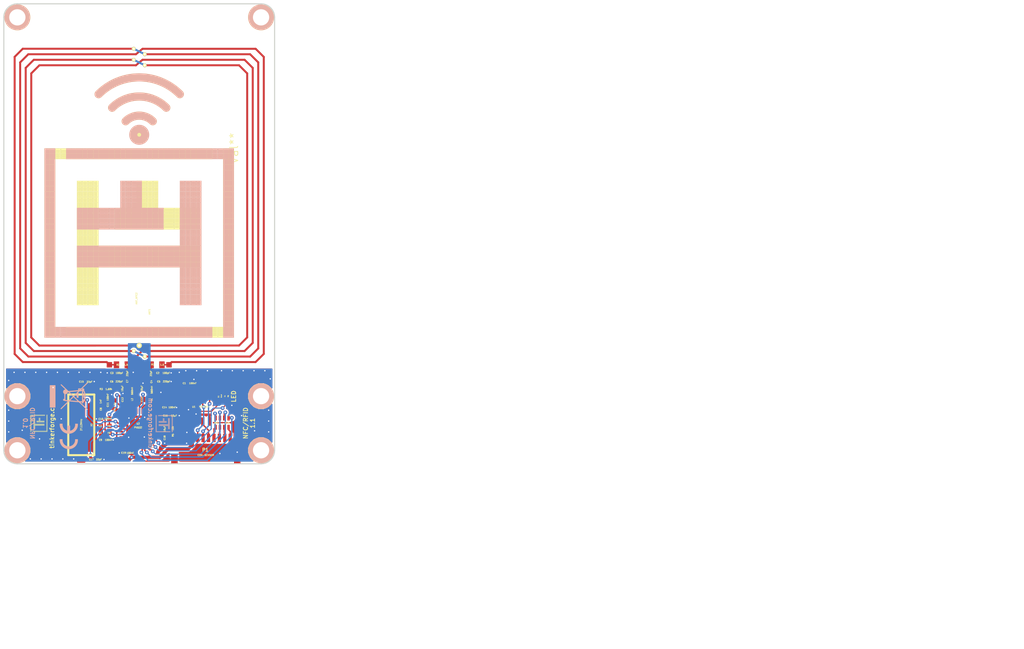
<source format=kicad_pcb>
(kicad_pcb (version 3) (host pcbnew "(2014-06-08 BZR 4933)-product")
  (title_block (title "NFC/RFID Bricklet") (rev 1.0) (company "Tinkerforge GmbH") (comment 1 "Licensed under CERN OHL v.1.1") (comment 2 "Copyright (©) 2014, B.Nordmeyer <bastian@tinkerforge.com>"))
  (layers (15 Vorderseite signal) (0 Rückseite signal) (18 B.Paste user) (19 F.Paste user) (20 B.SilkS user) (21 F.SilkS user) (22 B.Mask user) (23 F.Mask user) (28 Edge.Cuts user))
  (net 0 "")
  (net 1 GND)
  (net 2 MISO)
  (net 3 MOSI)
  (net 4 NSS)
  (net 5 SCK)
  (net 6 VCC)
  (net 7 "Net-(ANT1-Pad1)")
  (net 8 "Net-(ANT1-Pad3)")
  (net 9 "Net-(C2-Pad2)")
  (net 10 "Net-(C3-Pad1)")
  (net 11 "Net-(C4-Pad1)")
  (net 12 "Net-(C6-Pad1)")
  (net 13 "Net-(C8-Pad1)")
  (net 14 "Net-(C8-Pad2)")
  (net 15 "Net-(C10-Pad2)")
  (net 16 "Net-(C11-Pad2)")
  (net 17 "Net-(C13-Pad2)")
  (net 18 "Net-(C15-Pad1)")
  (net 19 "Net-(C17-Pad1)")
  (net 20 "Net-(D1-Pad2)")
  (net 21 "Net-(L1-Pad2)")
  (net 22 "Net-(L2-Pad2)")
  (net 23 "Net-(P1-Pad4)")
  (net 24 "Net-(P1-Pad5)")
  (net 25 "Net-(P1-Pad6)")
  (net 26 "Net-(P1-Pad7)")
  (net 27 "Net-(P1-Pad8)")
  (net 28 "Net-(P1-Pad9)")
  (net 29 "Net-(P1-Pad10)")
  (net 30 "Net-(R5-Pad1)")
  (net 31 "Net-(R6-Pad1)")
  (module Logo_31x31 (layer Vorderseite) (at 99 125 90)
    (fp_text reference G*** hide)
    (fp_text value Logo_31x31 hide)
  )
  (module TF_ICON_35_FLIP (layer Vorderseite) (at 136.6 72.6 270)
    (fp_text reference TF_ICON_35_FLIP hide)
    (fp_text value Val** (at 0 0 270) (layer F.SilkS))
  )
  (module TF_ICON_35 (layer Vorderseite) (at 101.6 107.6 90)
    (fp_text reference TF_ICON_35 hide)
    (fp_text value "" (at 0 0 90) (layer F.SilkS))
  )
  (module NFC_ANTENNA2 (layer Vorderseite) (at 119.1 112.1 90)
    (fp_text reference ANT1 (at 9.3 1.9 90) (layer F.SilkS) (effects (font (size 0.3 0.3) (thickness 0.075))))
    (fp_text value ANT_NFC2 (at 11.75 -0.5 90) (layer F.SilkS) (effects (font (size 0.3 0.3) (thickness 0.075))))
    (fp_line (start 57.89 21.5) (end 57.89 0.61) (layer Vorderseite) (width 0.36))
    (fp_line (start 57.89 0.61) (end 56.88 -0.61) (layer Vorderseite) (width 0.36))
    (fp_line (start 56.88 -0.61) (end 56.88 -20.48) (layer Vorderseite) (width 0.36))
    (fp_line (start 54.84 -0.61) (end 54.84 -18.43) (layer Vorderseite) (width 0.36))
    (fp_line (start 55.86 19.46) (end 55.86 0.61) (layer Vorderseite) (width 0.36))
    (fp_line (start 55.86 0.61) (end 54.84 -0.61) (layer Vorderseite) (width 0.36))
    (fp_line (start 56.88 20.48) (end 56.88 1.02) (layer Vorderseite) (width 0.36))
    (fp_line (start 57.9 -1.02) (end 57.9 -21.5) (layer Vorderseite) (width 0.36))
    (fp_line (start 55.86 -1.02) (end 55.86 -19.46) (layer Vorderseite) (width 0.36))
    (fp_line (start 54.84 18.44) (end 54.84 1.02) (layer Vorderseite) (width 0.36))
    (fp_line (start 56.88 1.02) (end 57.9 -1.02) (layer Rückseite) (width 0.36))
    (fp_line (start 54.84 1.02) (end 55.86 -1.02) (layer Rückseite) (width 0.36))
    (fp_line (start 1.02 1.02) (end 2.04 -1.02) (layer Rückseite) (width 0.36))
    (fp_line (start 2.04 -1.02) (end 2.04 -19.46) (layer Vorderseite) (width 0.36))
    (fp_line (start 1.02 20.49) (end 1.02 1.02) (layer Vorderseite) (width 0.36))
    (fp_line (start 3.06 18.44) (end 3.05 -18.44) (layer Vorderseite) (width 0.36))
    (fp_line (start 0 -21.5) (end 0 -6) (layer Vorderseite) (width 0.36))
    (fp_line (start 0 -6) (end -0.52 -5.49) (layer Vorderseite) (width 0.36))
    (fp_line (start 0 21.49) (end 0 6) (layer Vorderseite) (width 0.36))
    (fp_line (start 0 6) (end -0.5 5.5) (layer Vorderseite) (width 0.36))
    (fp_line (start 1.02 -0.51) (end 1.02 -20.47) (layer Vorderseite) (width 0.36))
    (fp_line (start 2.04 19.46) (end 2.04 0.51) (layer Vorderseite) (width 0.36))
    (fp_line (start 1.02 -0.51) (end 2.04 0.51) (layer Vorderseite) (width 0.36))
    (fp_line (start 53.34 19.94) (end 4.56 19.94) (layer Vorderseite) (width 0.36))
    (fp_line (start 53.34 -19.93) (end 4.55 -19.94) (layer Vorderseite) (width 0.36))
    (fp_line (start 4.55 -19.94) (end 3.05 -18.44) (layer Vorderseite) (width 0.36))
    (fp_line (start 3.06 18.44) (end 4.56 19.94) (layer Vorderseite) (width 0.36))
    (fp_line (start 54.84 18.44) (end 53.34 19.94) (layer Vorderseite) (width 0.36))
    (fp_line (start 53.34 -19.93) (end 54.84 -18.43) (layer Vorderseite) (width 0.36))
    (fp_line (start 54.36 20.96) (end 3.54 20.96) (layer Vorderseite) (width 0.36))
    (fp_line (start 2.52 21.98) (end 55.38 21.98) (layer Vorderseite) (width 0.36))
    (fp_line (start 56.39 23) (end 1.5 23) (layer Vorderseite) (width 0.36))
    (fp_line (start 1.5 -23) (end 56.4 -23) (layer Vorderseite) (width 0.36))
    (fp_line (start 55.38 -21.98) (end 2.52 -21.98) (layer Vorderseite) (width 0.36))
    (fp_line (start 54.36 -20.96) (end 3.54 -20.96) (layer Vorderseite) (width 0.36))
    (fp_line (start 2.04 19.46) (end 3.54 20.96) (layer Vorderseite) (width 0.36))
    (fp_line (start 1.02 20.49) (end 2.52 21.98) (layer Vorderseite) (width 0.36))
    (fp_line (start 55.86 19.46) (end 54.36 20.96) (layer Vorderseite) (width 0.36))
    (fp_line (start 56.88 20.48) (end 55.38 21.98) (layer Vorderseite) (width 0.36))
    (fp_line (start 54.36 -20.96) (end 55.86 -19.46) (layer Vorderseite) (width 0.36))
    (fp_line (start 55.38 -21.98) (end 56.88 -20.48) (layer Vorderseite) (width 0.36))
    (fp_line (start 3.54 -20.96) (end 2.04 -19.46) (layer Vorderseite) (width 0.36))
    (fp_line (start 2.52 -21.98) (end 1.02 -20.47) (layer Vorderseite) (width 0.36))
    (fp_line (start 0 21.49) (end 1.5 23) (layer Vorderseite) (width 0.36))
    (fp_line (start 57.89 21.5) (end 56.39 23) (layer Vorderseite) (width 0.36))
    (fp_line (start 1.5 -23) (end 0 -21.5) (layer Vorderseite) (width 0.36))
    (fp_line (start 56.4 -23) (end 57.9 -21.5) (layer Vorderseite) (width 0.36))
    (pad 1 smd rect (at -0.5 5.5 90) (size 1 1) (layers Vorderseite F.Paste F.Mask) (net 7 "Net-(ANT1-Pad1)"))
    (pad 2 thru_hole circle (at 3.05 0 90) (size 1 1) (drill 0.5) (layers *.Cu *.Mask F.SilkS) (net 1 GND))
    (pad 3 smd rect (at -0.5 -5.5 90) (size 1 1) (layers Vorderseite F.Paste F.Mask) (net 8 "Net-(ANT1-Pad3)"))
    (pad "" thru_hole circle (at 1.02 1.02 90) (size 0.7 0.7) (drill 0.3) (layers *.Cu *.Mask F.SilkS))
    (pad "" thru_hole circle (at 2.04 -1.02 90) (size 0.7 0.7) (drill 0.3) (layers *.Cu *.Mask F.SilkS))
    (pad "" thru_hole circle (at 54.84 1.02 90) (size 0.7 0.7) (drill 0.3) (layers *.Cu *.Mask F.SilkS))
    (pad "" thru_hole circle (at 55.86 -1.02 90) (size 0.7 0.7) (drill 0.3) (layers *.Cu *.Mask F.SilkS))
    (pad "" thru_hole circle (at 56.88 1.02 90) (size 0.7 0.7) (drill 0.3) (layers *.Cu *.Mask F.SilkS))
    (pad "" thru_hole circle (at 57.9 -1.02 90) (size 0.7 0.7) (drill 0.3) (layers *.Cu *.Mask F.SilkS))
  )
  (module DRILL_NP (layer Vorderseite) (at 141.6 118.4)
    (fp_text reference U8 hide)
    (fp_text value DRILL hide)
    (pad "" np_thru_hole circle (at 0 0) (size 2.99974 2.99974) (drill 2.99974) (layers *.Cu *.Mask F.SilkS) (clearance 0.89916))
  )
  (module DRILL_NP (layer Vorderseite) (at 96.6 118.4)
    (fp_text reference U7 hide)
    (fp_text value DRILL hide)
    (pad "" np_thru_hole circle (at 0 0) (size 2.99974 2.99974) (drill 2.99974) (layers *.Cu *.Mask F.SilkS) (clearance 0.89916))
  )
  (module 0603 (layer Vorderseite) (at 128.4 116)
    (fp_text reference C1 (at -0.975 0.025) (layer F.SilkS) (effects (font (size 0.29972 0.29972) (thickness 0.0762))))
    (fp_text value 100nF (at 0.6 0.025) (layer F.SilkS) (effects (font (size 0.29972 0.29972) (thickness 0.0762))))
    (pad 1 smd rect (at -0.8001 0) (size 0.8001 0.8001) (layers Vorderseite F.Paste F.Mask) (net 6 VCC))
    (pad 2 smd rect (at 0.8001 0) (size 0.8001 0.8001) (layers Vorderseite F.Paste F.Mask) (net 1 GND))
  )
  (module 0603 (layer Vorderseite) (at 109.2 115.7)
    (fp_text reference C15 (at -0.775 0.025) (layer F.SilkS) (effects (font (size 0.29972 0.29972) (thickness 0.0762))))
    (fp_text value 33pF (at 0.725 0.05) (layer F.SilkS) (effects (font (size 0.29972 0.29972) (thickness 0.07493))))
    (pad 1 smd rect (at -0.8001 0) (size 0.8001 0.8001) (layers Vorderseite F.Paste F.Mask) (net 18 "Net-(C15-Pad1)"))
    (pad 2 smd rect (at 0.8001 0) (size 0.8001 0.8001) (layers Vorderseite F.Paste F.Mask) (net 1 GND))
  )
  (module 0603 (layer Vorderseite) (at 111 130.1)
    (fp_text reference C17 (at -0.75 0) (layer F.SilkS) (effects (font (size 0.29972 0.29972) (thickness 0.0762))))
    (fp_text value 33pF (at 0.675 0) (layer F.SilkS) (effects (font (size 0.29972 0.29972) (thickness 0.07493))))
    (pad 1 smd rect (at -0.8001 0) (size 0.8001 0.8001) (layers Vorderseite F.Paste F.Mask) (net 19 "Net-(C17-Pad1)"))
    (pad 2 smd rect (at 0.8001 0) (size 0.8001 0.8001) (layers Vorderseite F.Paste F.Mask) (net 1 GND))
  )
  (module 0603 (layer Vorderseite) (at 112.8 125.2)
    (fp_text reference L4 (at -0.9 0.025) (layer F.SilkS) (effects (font (size 0.29972 0.29972) (thickness 0.0762))))
    (fp_text value FB (at 0.75 0.025) (layer F.SilkS) (effects (font (size 0.29972 0.29972) (thickness 0.0762))))
    (pad 1 smd rect (at -0.8001 0) (size 0.8001 0.8001) (layers Vorderseite F.Paste F.Mask) (net 6 VCC))
    (pad 2 smd rect (at 0.8001 0) (size 0.8001 0.8001) (layers Vorderseite F.Paste F.Mask) (net 17 "Net-(C13-Pad2)"))
  )
  (module 0603 (layer Vorderseite) (at 112.8 126.5 180)
    (fp_text reference C9 (at 0.85 0 180) (layer F.SilkS) (effects (font (size 0.29972 0.29972) (thickness 0.0762))))
    (fp_text value 100nF (at -0.65 0 180) (layer F.SilkS) (effects (font (size 0.29972 0.29972) (thickness 0.0762))))
    (pad 1 smd rect (at -0.8001 0 180) (size 0.8001 0.8001) (layers Vorderseite F.Paste F.Mask) (net 1 GND))
    (pad 2 smd rect (at 0.8001 0 180) (size 0.8001 0.8001) (layers Vorderseite F.Paste F.Mask) (net 6 VCC))
  )
  (module 0603 (layer Vorderseite) (at 112.8 123.9)
    (fp_text reference L3 (at -0.9 0.025) (layer F.SilkS) (effects (font (size 0.29972 0.29972) (thickness 0.0762))))
    (fp_text value FB (at 0.75 0.025) (layer F.SilkS) (effects (font (size 0.29972 0.29972) (thickness 0.0762))))
    (pad 1 smd rect (at -0.8001 0) (size 0.8001 0.8001) (layers Vorderseite F.Paste F.Mask) (net 6 VCC))
    (pad 2 smd rect (at 0.8001 0) (size 0.8001 0.8001) (layers Vorderseite F.Paste F.Mask) (net 15 "Net-(C10-Pad2)"))
  )
  (module 0603 (layer Vorderseite) (at 112.8 122.6)
    (fp_text reference C10 (at -0.8 0.025) (layer F.SilkS) (effects (font (size 0.29972 0.29972) (thickness 0.0762))))
    (fp_text value 100nF (at 0.6 -0.05) (layer F.SilkS) (effects (font (size 0.29972 0.29972) (thickness 0.0762))))
    (pad 1 smd rect (at -0.8001 0) (size 0.8001 0.8001) (layers Vorderseite F.Paste F.Mask) (net 1 GND))
    (pad 2 smd rect (at 0.8001 0) (size 0.8001 0.8001) (layers Vorderseite F.Paste F.Mask) (net 15 "Net-(C10-Pad2)"))
  )
  (module 0603 (layer Vorderseite) (at 113.3 119.2 270)
    (fp_text reference C11 (at 0.775 0 270) (layer F.SilkS) (effects (font (size 0.29972 0.29972) (thickness 0.0762))))
    (fp_text value 100nF (at -0.625 0 270) (layer F.SilkS) (effects (font (size 0.29972 0.29972) (thickness 0.0762))))
    (pad 1 smd rect (at -0.8001 0 270) (size 0.8001 0.8001) (layers Vorderseite F.Paste F.Mask) (net 1 GND))
    (pad 2 smd rect (at 0.8001 0 270) (size 0.8001 0.8001) (layers Vorderseite F.Paste F.Mask) (net 16 "Net-(C11-Pad2)"))
  )
  (module 0603 (layer Vorderseite) (at 114.6 120 90)
    (fp_text reference R4 (at -0.825 0 90) (layer F.SilkS) (effects (font (size 0.29972 0.29972) (thickness 0.0762))))
    (fp_text value 1k (at 0.2 0 90) (layer F.SilkS) (effects (font (size 0.29972 0.29972) (thickness 0.0762))))
    (pad 1 smd rect (at -0.8001 0 90) (size 0.8001 0.8001) (layers Vorderseite F.Paste F.Mask) (net 13 "Net-(C8-Pad1)"))
    (pad 2 smd rect (at 0.8001 0 90) (size 0.8001 0.8001) (layers Vorderseite F.Paste F.Mask) (net 16 "Net-(C11-Pad2)"))
  )
  (module 0603 (layer Vorderseite) (at 124.5 120.5 180)
    (fp_text reference C14 (at 0.725 0.025 180) (layer F.SilkS) (effects (font (size 0.29972 0.29972) (thickness 0.0762))))
    (fp_text value 100nF (at -0.7 0.025 180) (layer F.SilkS) (effects (font (size 0.29972 0.29972) (thickness 0.0762))))
    (pad 1 smd rect (at -0.8001 0 180) (size 0.8001 0.8001) (layers Vorderseite F.Paste F.Mask) (net 1 GND))
    (pad 2 smd rect (at 0.8001 0 180) (size 0.8001 0.8001) (layers Vorderseite F.Paste F.Mask) (net 6 VCC))
  )
  (module 0603 (layer Vorderseite) (at 114.8 115.7 180)
    (fp_text reference C6 (at 0.775 0 180) (layer F.SilkS) (effects (font (size 0.29972 0.29972) (thickness 0.0762))))
    (fp_text value 220pF (at -0.625 0 180) (layer F.SilkS) (effects (font (size 0.29972 0.29972) (thickness 0.0762))))
    (pad 1 smd rect (at -0.8001 0 180) (size 0.8001 0.8001) (layers Vorderseite F.Paste F.Mask) (net 12 "Net-(C6-Pad1)"))
    (pad 2 smd rect (at 0.8001 0 180) (size 0.8001 0.8001) (layers Vorderseite F.Paste F.Mask) (net 1 GND))
  )
  (module 0603 (layer Vorderseite) (at 123.4 115.7 180)
    (fp_text reference C5 (at 0.7 0 180) (layer F.SilkS) (effects (font (size 0.29972 0.29972) (thickness 0.0762))))
    (fp_text value 220pF (at -0.75 0 180) (layer F.SilkS) (effects (font (size 0.29972 0.29972) (thickness 0.0762))))
    (pad 1 smd rect (at -0.8001 0 180) (size 0.8001 0.8001) (layers Vorderseite F.Paste F.Mask) (net 1 GND))
    (pad 2 smd rect (at 0.8001 0 180) (size 0.8001 0.8001) (layers Vorderseite F.Paste F.Mask) (net 11 "Net-(C4-Pad1)"))
  )
  (module 0603 (layer Vorderseite) (at 116.9 114.9 270)
    (fp_text reference C7 (at 0.75 0 270) (layer F.SilkS) (effects (font (size 0.29972 0.29972) (thickness 0.0762))))
    (fp_text value 22pF (at -0.7 0 270) (layer F.SilkS) (effects (font (size 0.29972 0.29972) (thickness 0.0762))))
    (pad 1 smd rect (at -0.8001 0 270) (size 0.8001 0.8001) (layers Vorderseite F.Paste F.Mask) (net 10 "Net-(C3-Pad1)"))
    (pad 2 smd rect (at 0.8001 0 270) (size 0.8001 0.8001) (layers Vorderseite F.Paste F.Mask) (net 12 "Net-(C6-Pad1)"))
  )
  (module 0603 (layer Vorderseite) (at 116.9 128.9)
    (fp_text reference C19 (at -0.7 -0.025) (layer F.SilkS) (effects (font (size 0.29972 0.29972) (thickness 0.0762))))
    (fp_text value 100nF (at 0.55 0) (layer F.SilkS) (effects (font (size 0.29972 0.29972) (thickness 0.0762))))
    (pad 1 smd rect (at -0.8001 0) (size 0.8001 0.8001) (layers Vorderseite F.Paste F.Mask) (net 1 GND))
    (pad 2 smd rect (at 0.8001 0) (size 0.8001 0.8001) (layers Vorderseite F.Paste F.Mask) (net 6 VCC))
  )
  (module 0603 (layer Vorderseite) (at 112 120 90)
    (fp_text reference C8 (at -0.8 0.025 90) (layer F.SilkS) (effects (font (size 0.29972 0.29972) (thickness 0.0762))))
    (fp_text value 1nF (at 0.625 0 90) (layer F.SilkS) (effects (font (size 0.29972 0.29972) (thickness 0.0762))))
    (pad 1 smd rect (at -0.8001 0 90) (size 0.8001 0.8001) (layers Vorderseite F.Paste F.Mask) (net 13 "Net-(C8-Pad1)"))
    (pad 2 smd rect (at 0.8001 0 90) (size 0.8001 0.8001) (layers Vorderseite F.Paste F.Mask) (net 14 "Net-(C8-Pad2)"))
  )
  (module 0603 (layer Vorderseite) (at 112.8 117.1)
    (fp_text reference R3 (at -0.725 0) (layer F.SilkS) (effects (font (size 0.29972 0.29972) (thickness 0.0762))))
    (fp_text value 1.69k (at 0.7 0) (layer F.SilkS) (effects (font (size 0.29972 0.29972) (thickness 0.0762))))
    (pad 1 smd rect (at -0.8001 0) (size 0.8001 0.8001) (layers Vorderseite F.Paste F.Mask) (net 14 "Net-(C8-Pad2)"))
    (pad 2 smd rect (at 0.8001 0) (size 0.8001 0.8001) (layers Vorderseite F.Paste F.Mask) (net 12 "Net-(C6-Pad1)"))
  )
  (module 0603 (layer Vorderseite) (at 125.3 125 270)
    (fp_text reference R5 (at 0.625 -0.025 270) (layer F.SilkS) (effects (font (size 0.29972 0.29972) (thickness 0.0762))))
    (fp_text value 10k (at -0.675 0 270) (layer F.SilkS) (effects (font (size 0.29972 0.29972) (thickness 0.0762))))
    (pad 1 smd rect (at -0.8001 0 270) (size 0.8001 0.8001) (layers Vorderseite F.Paste F.Mask) (net 30 "Net-(R5-Pad1)"))
    (pad 2 smd rect (at 0.8001 0 270) (size 0.8001 0.8001) (layers Vorderseite F.Paste F.Mask) (net 6 VCC))
  )
  (module 0603 (layer Vorderseite) (at 121.3 114.9 90)
    (fp_text reference C4 (at -0.825 0.05 90) (layer F.SilkS) (effects (font (size 0.29972 0.29972) (thickness 0.0762))))
    (fp_text value 22pF (at 0.7 -0.025 90) (layer F.SilkS) (effects (font (size 0.29972 0.29972) (thickness 0.0762))))
    (pad 1 smd rect (at -0.8001 0 90) (size 0.8001 0.8001) (layers Vorderseite F.Paste F.Mask) (net 11 "Net-(C4-Pad1)"))
    (pad 2 smd rect (at 0.8001 0 90) (size 0.8001 0.8001) (layers Vorderseite F.Paste F.Mask) (net 9 "Net-(C2-Pad2)"))
  )
  (module 0603 (layer Vorderseite) (at 123.4 114.1 180)
    (fp_text reference C2 (at 0.875 -0.025 180) (layer F.SilkS) (effects (font (size 0.29972 0.29972) (thickness 0.0762))))
    (fp_text value 100pF (at -0.7 -0.025 180) (layer F.SilkS) (effects (font (size 0.29972 0.29972) (thickness 0.0762))))
    (pad 1 smd rect (at -0.8001 0 180) (size 0.8001 0.8001) (layers Vorderseite F.Paste F.Mask) (net 1 GND))
    (pad 2 smd rect (at 0.8001 0 180) (size 0.8001 0.8001) (layers Vorderseite F.Paste F.Mask) (net 9 "Net-(C2-Pad2)"))
  )
  (module 0603 (layer Vorderseite) (at 114.8 114.1 180)
    (fp_text reference C3 (at 0.75 -0.025 180) (layer F.SilkS) (effects (font (size 0.29972 0.29972) (thickness 0.0762))))
    (fp_text value 100pF (at -0.65 -0.025 180) (layer F.SilkS) (effects (font (size 0.29972 0.29972) (thickness 0.0762))))
    (pad 1 smd rect (at -0.8001 0 180) (size 0.8001 0.8001) (layers Vorderseite F.Paste F.Mask) (net 10 "Net-(C3-Pad1)"))
    (pad 2 smd rect (at 0.8001 0 180) (size 0.8001 0.8001) (layers Vorderseite F.Paste F.Mask) (net 1 GND))
  )
  (module 0603X4 (layer Vorderseite) (at 134.4 123.3 180)
    (fp_text reference RP1 (at 0.975 -0.075 180) (layer F.SilkS) (effects (font (size 0.29972 0.29972) (thickness 0.0762))))
    (fp_text value 270 (at -0.975 -0.05 180) (layer F.SilkS) (effects (font (size 0.29972 0.29972) (thickness 0.07493))))
    (pad 1 smd rect (at 1.19888 -0.8509 180) (size 0.44958 0.89916) (layers Vorderseite F.Paste F.Mask) (net 26 "Net-(P1-Pad7)"))
    (pad 2 smd rect (at 0.39878 -0.8509 180) (size 0.44958 0.89916) (layers Vorderseite F.Paste F.Mask) (net 27 "Net-(P1-Pad8)"))
    (pad 3 smd rect (at -0.39878 -0.8509 180) (size 0.44958 0.89916) (layers Vorderseite F.Paste F.Mask) (net 28 "Net-(P1-Pad9)"))
    (pad 4 smd rect (at -1.19888 -0.8509 180) (size 0.44958 0.89916) (layers Vorderseite F.Paste F.Mask) (net 29 "Net-(P1-Pad10)"))
    (pad 5 smd rect (at -1.19888 0.8509 180) (size 0.44958 0.89916) (layers Vorderseite F.Paste F.Mask) (net 4 NSS))
    (pad 6 smd rect (at -0.39878 0.8509 180) (size 0.44958 0.89916) (layers Vorderseite F.Paste F.Mask) (net 3 MOSI))
    (pad 7 smd rect (at 0.39878 0.8509 180) (size 0.44958 0.89916) (layers Vorderseite F.Paste F.Mask) (net 2 MISO))
    (pad 8 smd rect (at 1.19888 0.8509 180) (size 0.44958 0.89916) (layers Vorderseite F.Paste F.Mask) (net 5 SCK))
  )
  (module 0805 (layer Vorderseite) (at 116 118 270)
    (fp_text reference C12 (at 1.05 -0.025 270) (layer F.SilkS) (effects (font (size 0.29972 0.29972) (thickness 0.0762))))
    (fp_text value 10µF (at -1.025 0.025 270) (layer F.SilkS) (effects (font (size 0.29972 0.29972) (thickness 0.0762))))
    (pad 1 smd rect (at -1.00076 0 270) (size 1.00076 1.24968) (layers Vorderseite F.Paste F.Mask) (net 1 GND) (clearance 0.14986))
    (pad 2 smd rect (at 1.00076 0 270) (size 1.00076 1.24968) (layers Vorderseite F.Paste F.Mask) (net 15 "Net-(C10-Pad2)") (clearance 0.14986))
  )
  (module 0805 (layer Vorderseite) (at 124.7 122 180)
    (fp_text reference C16 (at 0.775 0 180) (layer F.SilkS) (effects (font (size 0.29972 0.29972) (thickness 0.0762))))
    (fp_text value 10µF (at -0.825 0 180) (layer F.SilkS) (effects (font (size 0.29972 0.29972) (thickness 0.0762))))
    (pad 1 smd rect (at -1.00076 0 180) (size 1.00076 1.24968) (layers Vorderseite F.Paste F.Mask) (net 1 GND) (clearance 0.14986))
    (pad 2 smd rect (at 1.00076 0 180) (size 1.00076 1.24968) (layers Vorderseite F.Paste F.Mask) (net 6 VCC) (clearance 0.14986))
  )
  (module 0805 (layer Vorderseite) (at 122.3 112.6)
    (fp_text reference R1 (at -0.7 -0.025) (layer F.SilkS) (effects (font (size 0.29972 0.29972) (thickness 0.0762))))
    (fp_text value 1.5 (at 1.025 0) (layer F.SilkS) (effects (font (size 0.29972 0.29972) (thickness 0.0762))))
    (pad 1 smd rect (at -1.00076 0) (size 1.00076 1.24968) (layers Vorderseite F.Paste F.Mask) (net 9 "Net-(C2-Pad2)") (clearance 0.14986))
    (pad 2 smd rect (at 1.00076 0) (size 1.00076 1.24968) (layers Vorderseite F.Paste F.Mask) (net 7 "Net-(ANT1-Pad1)") (clearance 0.14986))
  )
  (module 0805 (layer Vorderseite) (at 115.9 112.6)
    (fp_text reference R2 (at -0.725 0.025) (layer F.SilkS) (effects (font (size 0.29972 0.29972) (thickness 0.0762))))
    (fp_text value 1.5 (at 0.75 0) (layer F.SilkS) (effects (font (size 0.29972 0.29972) (thickness 0.0762))))
    (pad 1 smd rect (at -1.00076 0) (size 1.00076 1.24968) (layers Vorderseite F.Paste F.Mask) (net 8 "Net-(ANT1-Pad3)") (clearance 0.14986))
    (pad 2 smd rect (at 1.00076 0) (size 1.00076 1.24968) (layers Vorderseite F.Paste F.Mask) (net 10 "Net-(C3-Pad1)") (clearance 0.14986))
  )
  (module 0805 (layer Vorderseite) (at 123.8 125.2 90)
    (fp_text reference C18 (at -0.9 0 90) (layer F.SilkS) (effects (font (size 0.29972 0.29972) (thickness 0.0762))))
    (fp_text value 10µF (at 0.75 0 90) (layer F.SilkS) (effects (font (size 0.29972 0.29972) (thickness 0.0762))))
    (pad 1 smd rect (at -1.00076 0 90) (size 1.00076 1.24968) (layers Vorderseite F.Paste F.Mask) (net 1 GND) (clearance 0.14986))
    (pad 2 smd rect (at 1.00076 0 90) (size 1.00076 1.24968) (layers Vorderseite F.Paste F.Mask) (net 6 VCC) (clearance 0.14986))
  )
  (module 0805 (layer Vorderseite) (at 117.8 118 270)
    (fp_text reference L2 (at 1.025 0 270) (layer F.SilkS) (effects (font (size 0.29972 0.29972) (thickness 0.0762))))
    (fp_text value 560nH (at -0.55 0 270) (layer F.SilkS) (effects (font (size 0.29972 0.29972) (thickness 0.0762))))
    (pad 1 smd rect (at -1.00076 0 270) (size 1.00076 1.24968) (layers Vorderseite F.Paste F.Mask) (net 12 "Net-(C6-Pad1)") (clearance 0.14986))
    (pad 2 smd rect (at 1.00076 0 270) (size 1.00076 1.24968) (layers Vorderseite F.Paste F.Mask) (net 22 "Net-(L2-Pad2)") (clearance 0.14986))
  )
  (module 0805 (layer Vorderseite) (at 119.6 118 270)
    (fp_text reference C13 (at 1.05 0.025 270) (layer F.SilkS) (effects (font (size 0.29972 0.29972) (thickness 0.0762))))
    (fp_text value 10µF (at -1.025 0.025 270) (layer F.SilkS) (effects (font (size 0.29972 0.29972) (thickness 0.0762))))
    (pad 1 smd rect (at -1.00076 0 270) (size 1.00076 1.24968) (layers Vorderseite F.Paste F.Mask) (net 1 GND) (clearance 0.14986))
    (pad 2 smd rect (at 1.00076 0 270) (size 1.00076 1.24968) (layers Vorderseite F.Paste F.Mask) (net 17 "Net-(C13-Pad2)") (clearance 0.14986))
  )
  (module 0805 (layer Vorderseite) (at 121.4 118 270)
    (fp_text reference L1 (at 1.025 0 270) (layer F.SilkS) (effects (font (size 0.29972 0.29972) (thickness 0.0762))))
    (fp_text value 560nH (at -0.775 -0.025 270) (layer F.SilkS) (effects (font (size 0.29972 0.29972) (thickness 0.0762))))
    (pad 1 smd rect (at -1.00076 0 270) (size 1.00076 1.24968) (layers Vorderseite F.Paste F.Mask) (net 11 "Net-(C4-Pad1)") (clearance 0.14986))
    (pad 2 smd rect (at 1.00076 0 270) (size 1.00076 1.24968) (layers Vorderseite F.Paste F.Mask) (net 21 "Net-(L1-Pad2)") (clearance 0.14986))
  )
  (module CON-SENSOR (layer Vorderseite) (at 131.4 130.9)
    (fp_text reference P1 (at -0.1 -2.575) (layer F.SilkS) (effects (font (size 0.59944 0.59944) (thickness 0.12446))))
    (fp_text value CON-SENSOR (at 0 -1.6002) (layer F.SilkS) (effects (font (size 0.29972 0.29972) (thickness 0.07112))))
    (pad 1 smd rect (at -4.50088 -4.7752) (size 0.59944 1.5494) (layers Vorderseite F.Paste F.Mask))
    (pad 2 smd rect (at -3.50012 -4.7752) (size 0.59944 1.5494) (layers Vorderseite F.Paste F.Mask) (net 1 GND))
    (pad 3 smd rect (at -2.49936 -4.7752) (size 0.59944 1.5494) (layers Vorderseite F.Paste F.Mask) (net 6 VCC))
    (pad 4 smd rect (at -1.50114 -4.7752) (size 0.59944 1.5494) (layers Vorderseite F.Paste F.Mask) (net 23 "Net-(P1-Pad4)"))
    (pad 5 smd rect (at -0.50038 -4.7752) (size 0.59944 1.5494) (layers Vorderseite F.Paste F.Mask) (net 24 "Net-(P1-Pad5)"))
    (pad 6 smd rect (at 0.50038 -4.7752) (size 0.59944 1.5494) (layers Vorderseite F.Paste F.Mask) (net 25 "Net-(P1-Pad6)"))
    (pad 7 smd rect (at 1.50114 -4.7752) (size 0.59944 1.5494) (layers Vorderseite F.Paste F.Mask) (net 26 "Net-(P1-Pad7)"))
    (pad 8 smd rect (at 2.49936 -4.7752) (size 0.59944 1.5494) (layers Vorderseite F.Paste F.Mask) (net 27 "Net-(P1-Pad8)"))
    (pad 9 smd rect (at 3.50012 -4.7752) (size 0.59944 1.5494) (layers Vorderseite F.Paste F.Mask) (net 28 "Net-(P1-Pad9)"))
    (pad 10 smd rect (at 4.50088 -4.7752) (size 0.59944 1.5494) (layers Vorderseite F.Paste F.Mask) (net 29 "Net-(P1-Pad10)"))
    (pad EP smd rect (at -5.79882 -0.89916) (size 1.19888 1.80086) (layers Vorderseite F.Paste F.Mask) (net 1 GND))
    (pad EP smd rect (at 5.79882 -0.89916) (size 1.19888 1.80086) (layers Vorderseite F.Paste F.Mask) (net 1 GND))
  )
  (module DRILL_NP (layer Vorderseite) (at 96.6 128.4)
    (fp_text reference U3 hide)
    (fp_text value DRILL hide)
    (pad "" np_thru_hole circle (at 0 0) (size 2.99974 2.99974) (drill 2.99974) (layers *.Cu *.Mask F.SilkS) (clearance 0.89916))
  )
  (module DRILL_NP (layer Vorderseite) (at 141.6 48.4)
    (fp_text reference U5 hide)
    (fp_text value DRILL hide)
    (pad "" np_thru_hole circle (at 0 0) (size 2.99974 2.99974) (drill 2.99974) (layers *.Cu *.Mask F.SilkS) (clearance 0.89916))
  )
  (module DRILL_NP (layer Vorderseite) (at 96.6 48.4)
    (fp_text reference U6 hide)
    (fp_text value DRILL hide)
    (pad "" np_thru_hole circle (at 0 0) (size 2.99974 2.99974) (drill 2.99974) (layers *.Cu *.Mask F.SilkS) (clearance 0.89916))
  )
  (module DRILL_NP (layer Vorderseite) (at 141.6 128.4)
    (fp_text reference U4 hide)
    (fp_text value DRILL hide)
    (pad "" np_thru_hole circle (at 0 0) (size 2.99974 2.99974) (drill 2.99974) (layers *.Cu *.Mask F.SilkS) (clearance 0.89916))
  )
  (module SOIC8 (layer Vorderseite) (at 130.2 120.4)
    (fp_text reference U1 (at -1.025 -0.025) (layer F.SilkS) (effects (font (size 0.29972 0.29972) (thickness 0.0762))))
    (fp_text value M24C64 (at 0.85 -0.05) (layer F.SilkS) (effects (font (size 0.29972 0.29972) (thickness 0.0762))))
    (pad 1 smd rect (at -1.90246 2.69748 180) (size 0.59944 1.5494) (layers Vorderseite F.Paste F.Mask) (net 1 GND))
    (pad 2 smd rect (at -0.63246 2.69748 180) (size 0.59944 1.5494) (layers Vorderseite F.Paste F.Mask) (net 1 GND))
    (pad 3 smd rect (at 0.63246 2.69748 180) (size 0.59944 1.5494) (layers Vorderseite F.Paste F.Mask) (net 25 "Net-(P1-Pad6)"))
    (pad 4 smd rect (at 1.90246 2.69748 180) (size 0.59944 1.5494) (layers Vorderseite F.Paste F.Mask) (net 1 GND))
    (pad 5 smd rect (at 1.90246 -2.69748) (size 0.59944 1.5494) (layers Vorderseite F.Paste F.Mask) (net 24 "Net-(P1-Pad5)"))
    (pad 6 smd rect (at 0.63246 -2.69748) (size 0.59944 1.5494) (layers Vorderseite F.Paste F.Mask) (net 23 "Net-(P1-Pad4)"))
    (pad 7 smd rect (at -0.63246 -2.69748) (size 0.59944 1.5494) (layers Vorderseite F.Paste F.Mask))
    (pad 8 smd rect (at -1.90246 -2.69748) (size 0.59944 1.5494) (layers Vorderseite F.Paste F.Mask) (net 6 VCC))
  )
  (module CE_5mm (layer Rückseite) (at 106.1 125.8 90)
    (fp_text reference VAL hide)
    (fp_text value CE_5mm hide)
  )
  (module WEEE_7mm (layer Rückseite) (at 106.1 118.4 270)
    (fp_text reference VAL hide)
    (fp_text value WEEE_7mm hide)
  )
  (module Logo_31x31m (layer Rückseite) (at 125.3 121.9 270)
    (fp_text reference G*** hide)
    (fp_text value LOGO hide)
  )
  (module QFN40-6x6 (layer Vorderseite) (at 118.9 124.2 180)
    (fp_text reference U2 (at 0 0.725 180) (layer F.SilkS) (effects (font (size 0.3 0.3) (thickness 0.075))))
    (fp_text value PN532 (at 0 0 180) (layer F.SilkS) (effects (font (size 0.3 0.3) (thickness 0.075))))
    (pad 1 smd oval (at -2.2479 2.99974) (size 0.29972 0.99822) (layers Vorderseite F.Paste F.Mask) (net 1 GND))
    (pad 2 smd oval (at -1.74752 2.99974) (size 0.29972 0.99822) (layers Vorderseite F.Paste F.Mask))
    (pad 3 smd rect (at -1.24968 2.99974) (size 0.29972 0.99822) (layers Vorderseite F.Paste F.Mask) (net 1 GND))
    (pad 4 smd rect (at -0.7493 2.99974) (size 0.29972 0.99822) (layers Vorderseite F.Paste F.Mask) (net 21 "Net-(L1-Pad2)"))
    (pad 5 smd rect (at -0.24892 2.99974) (size 0.29972 0.99822) (layers Vorderseite F.Paste F.Mask) (net 17 "Net-(C13-Pad2)"))
    (pad 6 smd rect (at 0.24892 2.99974) (size 0.29972 0.99822) (layers Vorderseite F.Paste F.Mask) (net 22 "Net-(L2-Pad2)"))
    (pad 7 smd rect (at 0.7493 2.99974) (size 0.29972 0.99822) (layers Vorderseite F.Paste F.Mask) (net 1 GND))
    (pad 8 smd rect (at 1.24968 2.99974) (size 0.29972 0.99822) (layers Vorderseite F.Paste F.Mask) (net 15 "Net-(C10-Pad2)"))
    (pad 9 smd oval (at 1.74752 2.99974) (size 0.29972 0.99822) (layers Vorderseite F.Paste F.Mask) (net 16 "Net-(C11-Pad2)"))
    (pad 10 smd oval (at 2.2479 2.99974) (size 0.29972 0.99822) (layers Vorderseite F.Paste F.Mask) (net 13 "Net-(C8-Pad1)"))
    (pad 11 smd oval (at 2.99974 2.2479 90) (size 0.29972 0.99822) (layers Vorderseite F.Paste F.Mask) (net 1 GND))
    (pad 12 smd oval (at 2.99974 1.74752 90) (size 0.29972 0.99822) (layers Vorderseite F.Paste F.Mask))
    (pad 13 smd rect (at 2.99974 1.24968 90) (size 0.29972 0.99822) (layers Vorderseite F.Paste F.Mask))
    (pad 14 smd rect (at 2.99974 0.7493 90) (size 0.29972 0.99822) (layers Vorderseite F.Paste F.Mask) (net 18 "Net-(C15-Pad1)"))
    (pad 15 smd rect (at 2.99974 0.24892 90) (size 0.29972 0.99822) (layers Vorderseite F.Paste F.Mask) (net 19 "Net-(C17-Pad1)"))
    (pad 16 smd rect (at 2.99974 -0.24892 90) (size 0.29972 0.99822) (layers Vorderseite F.Paste F.Mask) (net 1 GND))
    (pad 17 smd rect (at 2.99974 -0.7493 90) (size 0.29972 0.99822) (layers Vorderseite F.Paste F.Mask) (net 6 VCC))
    (pad 18 smd rect (at 2.99974 -1.24968 90) (size 0.29972 0.99822) (layers Vorderseite F.Paste F.Mask) (net 1 GND))
    (pad 19 smd oval (at 2.99974 -1.74752 90) (size 0.29972 0.99822) (layers Vorderseite F.Paste F.Mask))
    (pad 20 smd oval (at 2.99974 -2.2479 90) (size 0.29972 0.99822) (layers Vorderseite F.Paste F.Mask))
    (pad 21 smd oval (at 2.2479 -2.99974 180) (size 0.29972 0.99822) (layers Vorderseite F.Paste F.Mask))
    (pad 22 smd oval (at 1.74752 -2.99974 180) (size 0.29972 0.99822) (layers Vorderseite F.Paste F.Mask))
    (pad 23 smd rect (at 1.24968 -2.99974 180) (size 0.29972 0.99822) (layers Vorderseite F.Paste F.Mask) (net 6 VCC))
    (pad 24 smd rect (at 0.7493 -2.99974 180) (size 0.29972 0.99822) (layers Vorderseite F.Paste F.Mask))
    (pad 25 smd rect (at 0.24892 -2.99974 180) (size 0.29972 0.99822) (layers Vorderseite F.Paste F.Mask))
    (pad 26 smd rect (at -0.24892 -2.99974 180) (size 0.29972 0.99822) (layers Vorderseite F.Paste F.Mask))
    (pad 27 smd rect (at -0.7493 -2.99974 180) (size 0.29972 0.99822) (layers Vorderseite F.Paste F.Mask) (net 4 NSS))
    (pad 28 smd rect (at -1.24968 -2.99974 180) (size 0.29972 0.99822) (layers Vorderseite F.Paste F.Mask) (net 3 MOSI))
    (pad 29 smd oval (at -1.74752 -2.99974 180) (size 0.29972 0.99822) (layers Vorderseite F.Paste F.Mask) (net 2 MISO))
    (pad 30 smd oval (at -2.2479 -2.99974 180) (size 0.29972 0.99822) (layers Vorderseite F.Paste F.Mask) (net 5 SCK))
    (pad 31 smd oval (at -2.99974 -2.2479 270) (size 0.29972 0.99822) (layers Vorderseite F.Paste F.Mask) (net 31 "Net-(R6-Pad1)"))
    (pad 32 smd oval (at -2.99974 -1.74752 270) (size 0.29972 0.99822) (layers Vorderseite F.Paste F.Mask))
    (pad 33 smd rect (at -2.99974 -1.24968 270) (size 0.29972 0.99822) (layers Vorderseite F.Paste F.Mask))
    (pad 34 smd rect (at -2.99974 -0.7493 270) (size 0.29972 0.99822) (layers Vorderseite F.Paste F.Mask))
    (pad 35 smd rect (at -2.99974 -0.24892 270) (size 0.29972 0.99822) (layers Vorderseite F.Paste F.Mask))
    (pad 36 smd rect (at -2.99974 0.24892 270) (size 0.29972 0.99822) (layers Vorderseite F.Paste F.Mask))
    (pad 37 smd rect (at -2.99974 0.7493 270) (size 0.29972 0.99822) (layers Vorderseite F.Paste F.Mask) (net 6 VCC))
    (pad 38 smd rect (at -2.99974 1.24968 270) (size 0.29972 0.99822) (layers Vorderseite F.Paste F.Mask) (net 30 "Net-(R5-Pad1)"))
    (pad 39 smd oval (at -2.99974 1.74752 270) (size 0.29972 0.99822) (layers Vorderseite F.Paste F.Mask) (net 6 VCC))
    (pad 40 smd oval (at -2.99974 2.2479 270) (size 0.29972 0.99822) (layers Vorderseite F.Paste F.Mask) (net 6 VCC))
    (pad TP smd rect (at 0 0 180) (size 3 3) (layers Vorderseite F.Paste F.Mask) (net 1 GND))
  )
  (module US (layer Vorderseite) (at 108.4 123.7 270)
    (fp_text reference X1 (at 0 -1.89992 270) (layer F.SilkS) (effects (font (size 0.29972 0.29972) (thickness 0.0762))))
    (fp_text value 27.12MHz (at 0 0 270) (layer F.SilkS) (effects (font (size 0.29972 0.29972) (thickness 0.0762))))
    (pad 1 smd rect (at -4.24942 0 270) (size 5.4991 1.50114) (layers Vorderseite F.Paste F.Mask) (net 18 "Net-(C15-Pad1)"))
    (pad 2 smd rect (at 4.24942 0 270) (size 5.4991 1.50114) (layers Vorderseite F.Paste F.Mask) (net 19 "Net-(C17-Pad1)"))
  )
  (module Fiducial_Mark (layer Vorderseite) (at 100.6 116.4)
    (fp_text reference Fiducial_Mark hide)
    (fp_text value VAL** hide)
    (pad 1 smd circle (at 0 0) (size 1.00076 1.00076) (layers Vorderseite F.Mask) (clearance 0.65024))
  )
  (module Fiducial_Mark (layer Vorderseite) (at 137.6 115.4)
    (fp_text reference Fiducial_Mark hide)
    (fp_text value VAL** hide)
    (pad 1 smd circle (at 0 0) (size 1.00076 1.00076) (layers Vorderseite F.Mask) (clearance 0.65024))
  )
  (module Fiducial_Mark (layer Vorderseite) (at 101.1 128.4)
    (fp_text reference Fiducial_Mark hide)
    (fp_text value VAL** hide)
    (pad 1 smd circle (at 0 0) (size 1.00076 1.00076) (layers Vorderseite F.Mask) (clearance 0.65024))
  )
  (module D0603 (layer Vorderseite) (at 133.95 118.45 90)
    (fp_text reference D1 (at -0.025 -0.2 90) (layer F.SilkS) (effects (font (size 0.2 0.2) (thickness 0.05))))
    (fp_text value blue (at 0.075 0.3 90) (layer F.SilkS) (effects (font (size 0.2 0.2) (thickness 0.05))))
    (pad 1 smd rect (at -0.8001 0 90) (size 0.8001 0.8001) (layers Vorderseite F.Paste F.Mask) (net 6 VCC))
    (pad 2 smd rect (at 0.8001 0 90) (size 0.8001 0.8001) (layers Vorderseite F.Paste F.Mask) (net 20 "Net-(D1-Pad2)"))
  )
  (module 0603 (layer Vorderseite) (at 135.3 118.45 90)
    (fp_text reference R6 (at 0.05 0.225 90) (layer F.SilkS) (effects (font (size 0.2 0.2) (thickness 0.05))))
    (fp_text value 1k (at 0.05 -0.375 90) (layer F.SilkS) (effects (font (size 0.2 0.2) (thickness 0.05))))
    (pad 1 smd rect (at -0.8001 0 90) (size 0.8001 0.8001) (layers Vorderseite F.Paste F.Mask) (net 31 "Net-(R6-Pad1)"))
    (pad 2 smd rect (at 0.8001 0 90) (size 0.8001 0.8001) (layers Vorderseite F.Paste F.Mask) (net 20 "Net-(D1-Pad2)"))
  )
  (gr_text LED (at 136.55 118.45 90) (layer F.SilkS) (effects (font (size 0.8 0.8))))
  (gr_text "NFC/RFID\n1.0" (at 98.7 123.4 270) (layer B.SilkS) (effects (font (size 0.8 0.8)) (justify mirror)))
  (gr_text tinkerforge.com (at 121.2 123.4 270) (layer B.SilkS) (effects (font (size 0.8 0.8)) (justify mirror)))
  (gr_text "NFC/RFID\n1.1" (at 139.4 123.4 90) (layer F.SilkS) (effects (font (size 0.8 0.8))))
  (gr_text tinkerforge.com (at 103 123.4 90) (layer F.SilkS) (effects (font (size 0.8 0.8))))
  (gr_line (start 144.1 128.4) (end 144.1 48.4) (angle 90) (layer Edge.Cuts) (width 0.2))
  (gr_line (start 94.1 48.4) (end 94.1 128.4) (angle 90) (layer Edge.Cuts) (width 0.2))
  (gr_line (start 141.6 130.9) (end 96.6 130.9) (angle 90) (layer Edge.Cuts) (width 0.2))
  (gr_line (start 96.6 45.9) (end 141.6 45.9) (angle 90) (layer Edge.Cuts) (width 0.2))
  (gr_arc (start 96.6 48.4) (end 94.1 48.4) (angle 90) (layer Edge.Cuts) (width 0.2))
  (gr_arc (start 141.6 48.4) (end 141.6 45.9) (angle 90) (layer Edge.Cuts) (width 0.2))
  (gr_arc (start 96.6 128.4) (end 96.6 130.9) (angle 90) (layer Edge.Cuts) (width 0.2))
  (gr_arc (start 141.6 128.4) (end 144.1 128.4) (angle 90) (layer Edge.Cuts) (width 0.2))
  (segment (start 116 116.99924) (end 116 117.8) (width 0.35) (layer Vorderseite) (net 1))
  (segment (start 116.1 117.9) (end 116.05 117.95) (width 0.35) (layer Rückseite) (net 1))
  (via (at 116.1 117.9) (size 0.70104) (layers Vorderseite Rückseite) (net 1))
  (segment (start 116 117.8) (end 116.1 117.9) (width 0.35) (layer Vorderseite) (net 1))
  (segment (start 126.5 121) (end 126 120.5) (width 0.25) (layer Rückseite) (net 1))
  (via (at 126 120.5) (size 0.70104) (layers Vorderseite Rückseite) (net 1))
  (segment (start 126 116.7) (end 125 115.7) (width 0.25) (layer Rückseite) (net 1))
  (via (at 125 115.7) (size 0.70104) (layers Vorderseite Rückseite) (net 1))
  (segment (start 126 120.5) (end 126 116.7) (width 0.25) (layer Rückseite) (net 1))
  (via (at 125 114.1) (size 0.70104) (layers Vorderseite Rückseite) (net 1))
  (segment (start 125 115.7) (end 125 114.1) (width 0.25) (layer Rückseite) (net 1))
  (segment (start 125.3 116) (end 125 115.7) (width 0.25) (layer Rückseite) (net 1))
  (via (at 129.2 115.3) (size 0.70104) (layers Vorderseite Rückseite) (net 1))
  (segment (start 129.2 115.3) (end 128.5 116) (width 0.25) (layer Rückseite) (net 1))
  (segment (start 128.5 116) (end 125.3 116) (width 0.25) (layer Rückseite) (net 1))
  (segment (start 131.4 115.5) (end 131.2 115.3) (width 0.25) (layer Rückseite) (net 1))
  (segment (start 131.2 115.3) (end 129.2 115.3) (width 0.25) (layer Rückseite) (net 1))
  (segment (start 132.7 116.8) (end 131.4 115.5) (width 0.25) (layer Rückseite) (net 1))
  (segment (start 126 120.5) (end 122.15 120.5) (width 0.25) (layer Rückseite) (net 1))
  (segment (start 119.1 109.2) (end 119.8 109.9) (width 0.29972) (layer Rückseite) (net 1))
  (segment (start 119.8 109.9) (end 120.3 109.9) (width 0.29972) (layer Rückseite) (net 1))
  (segment (start 120.3 109.9) (end 121 110.6) (width 0.29972) (layer Rückseite) (net 1))
  (segment (start 121 110.6) (end 121 114.8) (width 0.29972) (layer Rückseite) (net 1))
  (segment (start 121 114.8) (end 119.8 116) (width 0.29972) (layer Rückseite) (net 1))
  (via (at 119.8 116) (size 0.70104) (layers Vorderseite Rückseite) (net 1))
  (segment (start 119.8 116) (end 119.8 116.99924) (width 0.29972) (layer Vorderseite) (net 1))
  (segment (start 119.1 109.05) (end 119.1 109.2) (width 0.29972) (layer Rückseite) (net 1))
  (segment (start 117.65032 125.44968) (end 118.9 124.2) (width 0.25) (layer Vorderseite) (net 1))
  (segment (start 115.90026 125.44968) (end 117.65032 125.44968) (width 0.25) (layer Vorderseite) (net 1))
  (segment (start 118.65108 124.44892) (end 118.9 124.2) (width 0.25) (layer Vorderseite) (net 1))
  (segment (start 115.90026 124.44892) (end 118.65108 124.44892) (width 0.25) (layer Vorderseite) (net 1))
  (segment (start 118.1507 123.4507) (end 118.9 124.2) (width 0.25) (layer Vorderseite) (net 1))
  (segment (start 118.1507 121.20026) (end 118.1507 123.4507) (width 0.25) (layer Vorderseite) (net 1))
  (segment (start 120.14968 122.95032) (end 118.9 124.2) (width 0.25) (layer Vorderseite) (net 1))
  (segment (start 120.14968 121.20026) (end 120.14968 122.95032) (width 0.25) (layer Vorderseite) (net 1))
  (segment (start 113.2 115.7) (end 113.9999 115.7) (width 0.29972) (layer Vorderseite) (net 1))
  (via (at 113.2 115.7) (size 0.70104) (layers Vorderseite Rückseite) (net 1))
  (segment (start 113.9999 114.1) (end 113.2 114.1) (width 0.29972) (layer Vorderseite) (net 1))
  (via (at 113.2 114.1) (size 0.70104) (layers Vorderseite Rückseite) (net 1))
  (segment (start 113.2 114.1) (end 113.2 115.7) (width 0.25) (layer Rückseite) (net 1))
  (segment (start 110.8 115.7) (end 110.0001 115.7) (width 0.29972) (layer Vorderseite) (net 1))
  (via (at 110.8 115.7) (size 0.70104) (layers Vorderseite Rückseite) (net 1))
  (segment (start 113.2 115.7) (end 110.8 115.7) (width 0.25) (layer Rückseite) (net 1))
  (segment (start 114 116.5) (end 113.2 115.7) (width 0.25) (layer Rückseite) (net 1))
  (segment (start 113.3 118.3999) (end 113.7001 118.3999) (width 0.29972) (layer Vorderseite) (net 1))
  (via (at 114 118.1) (size 0.70104) (layers Vorderseite Rückseite) (net 1))
  (segment (start 113.7001 118.3999) (end 114 118.1) (width 0.29972) (layer Vorderseite) (net 1))
  (segment (start 114 118.1) (end 114 116.5) (width 0.25) (layer Rückseite) (net 1))
  (segment (start 111.2 120.6) (end 113.7 118.1) (width 0.25) (layer Rückseite) (net 1))
  (segment (start 113.7 118.1) (end 114 118.1) (width 0.25) (layer Rückseite) (net 1))
  (segment (start 111.9999 122.6) (end 111.2 122.6) (width 0.29972) (layer Vorderseite) (net 1))
  (via (at 111.2 122.6) (size 0.70104) (layers Vorderseite Rückseite) (net 1))
  (segment (start 111.2 122.6) (end 111.2 120.6) (width 0.25) (layer Rückseite) (net 1))
  (segment (start 114.3 128.4) (end 112.6 130.1) (width 0.25) (layer Rückseite) (net 1))
  (via (at 112.6 130.1) (size 0.70104) (layers Vorderseite Rückseite) (net 1))
  (segment (start 112.6 130.1) (end 111.8001 130.1) (width 0.25) (layer Vorderseite) (net 1))
  (segment (start 113.6001 126.5) (end 114.3 126.5) (width 0.29972) (layer Vorderseite) (net 1))
  (via (at 114.3 126.5) (size 0.70104) (layers Vorderseite Rückseite) (net 1))
  (segment (start 114.3 126.5) (end 114.3 128.4) (width 0.25) (layer Rückseite) (net 1))
  (segment (start 114.8 128.9) (end 114.3 128.4) (width 0.25) (layer Rückseite) (net 1))
  (segment (start 116.0999 128.9) (end 115.4 128.9) (width 0.25) (layer Vorderseite) (net 1))
  (via (at 115.4 128.9) (size 0.70104) (layers Vorderseite Rückseite) (net 1))
  (segment (start 115.4 128.9) (end 114.8 128.9) (width 0.25) (layer Rückseite) (net 1))
  (segment (start 126 120.5) (end 125.3001 120.5) (width 0.25) (layer Vorderseite) (net 1))
  (segment (start 125.70076 122) (end 126.5 122) (width 0.25) (layer Vorderseite) (net 1))
  (via (at 126.5 122) (size 0.70104) (layers Vorderseite Rückseite) (net 1))
  (segment (start 126.5 122) (end 126.5 121) (width 0.25) (layer Rückseite) (net 1))
  (segment (start 125 115.7) (end 124.2001 115.7) (width 0.29972) (layer Vorderseite) (net 1))
  (segment (start 125 114.1) (end 124.2001 114.1) (width 0.29972) (layer Vorderseite) (net 1))
  (segment (start 129.2001 115.3001) (end 129.2 115.3) (width 0.25) (layer Vorderseite) (net 1))
  (segment (start 129.2001 116) (end 129.2001 115.3001) (width 0.25) (layer Vorderseite) (net 1))
  (segment (start 116.4021 121.9521) (end 118.65 124.2) (width 0.2) (layer Vorderseite) (net 1))
  (segment (start 118.65 124.2) (end 118.9 124.2) (width 0.2) (layer Vorderseite) (net 1))
  (segment (start 115.90026 121.9521) (end 116.4021 121.9521) (width 0.2) (layer Vorderseite) (net 1))
  (segment (start 121.1479 121.7021) (end 118.9 123.95) (width 0.2) (layer Vorderseite) (net 1))
  (segment (start 118.9 123.95) (end 118.9 124.2) (width 0.2) (layer Vorderseite) (net 1))
  (segment (start 121.1479 121.20026) (end 121.1479 121.7021) (width 0.2) (layer Vorderseite) (net 1))
  (via (at 127.85 127.1) (size 0.70104) (layers Vorderseite Rückseite) (net 1))
  (segment (start 127.85 127.1) (end 127.89988 127.05012) (width 0.25) (layer Vorderseite) (net 1))
  (segment (start 127.89988 127.05012) (end 127.89988 126.1248) (width 0.25) (layer Vorderseite) (net 1))
  (segment (start 123.8 126.20076) (end 123.8 127.1) (width 0.25) (layer Vorderseite) (net 1))
  (via (at 123.8 127.1) (size 0.70104) (layers Vorderseite Rückseite) (net 1))
  (segment (start 123.8 127.1) (end 127.85 127.1) (width 0.25) (layer Rückseite) (net 1))
  (segment (start 127.9 124.1) (end 129.6 122.4) (width 0.25) (layer Rückseite) (net 1))
  (segment (start 129.6 122.4) (end 129.6 121.7) (width 0.25) (layer Rückseite) (net 1))
  (segment (start 127.89988 125.10012) (end 127.89988 126.1248) (width 0.25) (layer Vorderseite) (net 1))
  (via (at 127.9 125.1) (size 0.70104) (layers Vorderseite Rückseite) (net 1))
  (segment (start 127.89988 125.10012) (end 127.9 125.1) (width 0.25) (layer Vorderseite) (net 1))
  (segment (start 129.56754 123.09748) (end 129.56754 121.73246) (width 0.25) (layer Vorderseite) (net 1))
  (via (at 129.6 121.7) (size 0.70104) (layers Vorderseite Rückseite) (net 1))
  (segment (start 129.56754 121.73246) (end 129.6 121.7) (width 0.25) (layer Vorderseite) (net 1))
  (segment (start 127.9 125.1) (end 127.9 124.1) (width 0.25) (layer Rückseite) (net 1))
  (segment (start 127.1 122) (end 128.2 120.9) (width 0.25) (layer Rückseite) (net 1))
  (segment (start 128.29754 120.99754) (end 128.29754 123.09748) (width 0.25) (layer Vorderseite) (net 1))
  (via (at 128.2 120.9) (size 0.70104) (layers Vorderseite Rückseite) (net 1))
  (segment (start 128.29754 120.99754) (end 128.2 120.9) (width 0.25) (layer Vorderseite) (net 1))
  (segment (start 126.5 122) (end 127.1 122) (width 0.25) (layer Rückseite) (net 1))
  (segment (start 129.6 121.4) (end 129.95 121.05) (width 0.25) (layer Rückseite) (net 1))
  (segment (start 129.95 121.05) (end 129.95 119.65) (width 0.25) (layer Rückseite) (net 1))
  (segment (start 129.95 119.65) (end 131.3 118.3) (width 0.25) (layer Rückseite) (net 1))
  (segment (start 131.3 118.3) (end 132.7 118.3) (width 0.25) (layer Rückseite) (net 1))
  (segment (start 132.7 118.3) (end 133.55 119.15) (width 0.25) (layer Rückseite) (net 1))
  (segment (start 133.55 119.15) (end 133.55 119.85) (width 0.25) (layer Rückseite) (net 1))
  (segment (start 129.6 121.7) (end 129.6 121.4) (width 0.25) (layer Rückseite) (net 1))
  (segment (start 132.7 118.3) (end 132.7 116.8) (width 0.25) (layer Rückseite) (net 1))
  (segment (start 118.9 123.75) (end 118.9 124.2) (width 0.25) (layer Vorderseite) (net 1))
  (segment (start 120.1 122.3) (end 118.9 123.75) (width 0.25) (layer Vorderseite) (net 1))
  (via (at 120.1 122.3) (size 0.70104) (layers Vorderseite Rückseite) (net 1))
  (segment (start 122.15 120.5) (end 120.1 122.3) (width 0.25) (layer Rückseite) (net 1))
  (segment (start 115.4 127.75) (end 117.15 126) (width 0.25) (layer Rückseite) (net 1))
  (via (at 117.15 126) (size 0.70104) (layers Vorderseite Rückseite) (net 1))
  (segment (start 117.15 126) (end 118.9 124.25) (width 0.25) (layer Vorderseite) (net 1))
  (segment (start 118.9 124.25) (end 118.9 124.2) (width 0.25) (layer Vorderseite) (net 1))
  (segment (start 115.4 128.9) (end 115.4 127.75) (width 0.25) (layer Rückseite) (net 1))
  (segment (start 118.9 124.8) (end 120.05 125.95) (width 0.25) (layer Vorderseite) (net 1))
  (via (at 120.05 125.95) (size 0.70104) (layers Vorderseite Rückseite) (net 1))
  (segment (start 118.9 124.2) (end 118.9 124.8) (width 0.25) (layer Vorderseite) (net 1))
  (segment (start 117.2 119.1) (end 116.05 117.95) (width 0.25) (layer Rückseite) (net 1))
  (segment (start 118.9 124.2) (end 118.9 124.15) (width 0.25) (layer Vorderseite) (net 1))
  (via (at 117.2 122.45) (size 0.70104) (layers Vorderseite Rückseite) (net 1))
  (segment (start 118.9 124.15) (end 117.2 122.45) (width 0.25) (layer Vorderseite) (net 1))
  (segment (start 117.2 122.45) (end 117.2 119.1) (width 0.25) (layer Rückseite) (net 1))
  (segment (start 137.19882 130.00084) (end 125.60118 130.00084) (width 0.25) (layer Vorderseite) (net 1))
  (segment (start 137.19882 128.75118) (end 137.2 128.75) (width 0.25) (layer Vorderseite) (net 1))
  (via (at 137.2 128.75) (size 0.70104) (layers Vorderseite Rückseite) (net 1))
  (segment (start 137.2 128.75) (end 137.5 128.45) (width 0.25) (layer Rückseite) (net 1))
  (segment (start 137.5 128.45) (end 137.5 121.6) (width 0.25) (layer Rückseite) (net 1))
  (segment (start 137.5 121.6) (end 135.75 119.85) (width 0.25) (layer Rückseite) (net 1))
  (segment (start 135.75 119.85) (end 133.55 119.85) (width 0.25) (layer Rückseite) (net 1))
  (segment (start 137.19882 130.00084) (end 137.19882 128.75118) (width 0.25) (layer Vorderseite) (net 1))
  (segment (start 133.9 116.3) (end 133.4 116.8) (width 0.29972) (layer Rückseite) (net 1))
  (segment (start 133.4 116.8) (end 132.7 116.8) (width 0.29972) (layer Rückseite) (net 1))
  (segment (start 112.1 114.1) (end 112 114) (width 0.29972) (layer Rückseite) (net 1))
  (via (at 112 114) (size 0.70104) (layers Vorderseite Rückseite) (net 1))
  (segment (start 112 114) (end 110 114) (width 0.29972) (layer Vorderseite) (net 1))
  (via (at 110 114) (size 0.70104) (layers Vorderseite Rückseite) (net 1))
  (segment (start 110 114) (end 108 114) (width 0.29972) (layer Rückseite) (net 1))
  (via (at 108 114) (size 0.70104) (layers Vorderseite Rückseite) (net 1))
  (segment (start 108 114) (end 106 114) (width 0.29972) (layer Vorderseite) (net 1))
  (via (at 106 114) (size 0.70104) (layers Vorderseite Rückseite) (net 1))
  (segment (start 106 114) (end 104 114) (width 0.29972) (layer Rückseite) (net 1))
  (via (at 104 114) (size 0.70104) (layers Vorderseite Rückseite) (net 1))
  (segment (start 104 114) (end 102 114) (width 0.29972) (layer Vorderseite) (net 1))
  (via (at 102 114) (size 0.70104) (layers Vorderseite Rückseite) (net 1))
  (segment (start 102 114) (end 100 114) (width 0.29972) (layer Rückseite) (net 1))
  (via (at 100 114) (size 0.70104) (layers Vorderseite Rückseite) (net 1))
  (segment (start 100 114) (end 98 114) (width 0.29972) (layer Vorderseite) (net 1))
  (via (at 98 114) (size 0.70104) (layers Vorderseite Rückseite) (net 1))
  (segment (start 98 114) (end 96 114) (width 0.29972) (layer Rückseite) (net 1))
  (via (at 96 114) (size 0.70104) (layers Vorderseite Rückseite) (net 1))
  (segment (start 96 114) (end 95 115) (width 0.29972) (layer Vorderseite) (net 1))
  (segment (start 95 115) (end 95 115.5) (width 0.29972) (layer Vorderseite) (net 1))
  (via (at 95 115.5) (size 0.70104) (layers Vorderseite Rückseite) (net 1))
  (segment (start 113.2 114.1) (end 112.1 114.1) (width 0.29972) (layer Rückseite) (net 1))
  (segment (start 126.4 114.1) (end 126.5 114) (width 0.29972) (layer Vorderseite) (net 1))
  (via (at 126.5 114) (size 0.70104) (layers Vorderseite Rückseite) (net 1))
  (segment (start 126.5 114) (end 126.8 113.7) (width 0.29972) (layer Rückseite) (net 1))
  (segment (start 126.8 113.7) (end 127.7 113.7) (width 0.29972) (layer Rückseite) (net 1))
  (via (at 127.7 113.7) (size 0.70104) (layers Vorderseite Rückseite) (net 1))
  (segment (start 127.7 113.7) (end 129.7 113.7) (width 0.29972) (layer Vorderseite) (net 1))
  (via (at 129.7 113.7) (size 0.70104) (layers Vorderseite Rückseite) (net 1))
  (segment (start 129.7 113.7) (end 131.7 113.7) (width 0.29972) (layer Rückseite) (net 1))
  (via (at 131.7 113.7) (size 0.70104) (layers Vorderseite Rückseite) (net 1))
  (segment (start 125 114.1) (end 126.4 114.1) (width 0.29972) (layer Vorderseite) (net 1))
  (segment (start 136.12 116.3) (end 138.3 114.12) (width 0.29972) (layer Rückseite) (net 1))
  (segment (start 138.3 114.12) (end 138.3 113.7) (width 0.29972) (layer Rückseite) (net 1))
  (via (at 138.3 113.7) (size 0.70104) (layers Vorderseite Rückseite) (net 1))
  (segment (start 138.3 113.7) (end 140.3 113.7) (width 0.29972) (layer Vorderseite) (net 1))
  (via (at 140.3 113.7) (size 0.70104) (layers Vorderseite Rückseite) (net 1))
  (segment (start 140.3 113.7) (end 142.3 113.7) (width 0.29972) (layer Rückseite) (net 1))
  (via (at 142.3 113.7) (size 0.70104) (layers Vorderseite Rückseite) (net 1))
  (segment (start 142.3 113.7) (end 143.3 114.7) (width 0.29972) (layer Vorderseite) (net 1))
  (segment (start 143.3 114.7) (end 143.3 115.2) (width 0.29972) (layer Vorderseite) (net 1))
  (via (at 143.3 115.2) (size 0.70104) (layers Vorderseite Rückseite) (net 1))
  (segment (start 133.9 116.3) (end 136.12 116.3) (width 0.29972) (layer Rückseite) (net 1))
  (segment (start 142.4 121.6) (end 143 121) (width 0.29972) (layer Rückseite) (net 1))
  (via (at 143 121) (size 0.70104) (layers Vorderseite Rückseite) (net 1))
  (segment (start 143 121) (end 143 123) (width 0.29972) (layer Vorderseite) (net 1))
  (via (at 143 123) (size 0.70104) (layers Vorderseite Rückseite) (net 1))
  (segment (start 143 123) (end 143 125) (width 0.29972) (layer Rückseite) (net 1))
  (via (at 143 125) (size 0.70104) (layers Vorderseite Rückseite) (net 1))
  (segment (start 137.5 121.6) (end 142.4 121.6) (width 0.29972) (layer Rückseite) (net 1))
  (segment (start 110.4 122.6) (end 109 124) (width 0.29972) (layer Vorderseite) (net 1))
  (segment (start 103 124) (end 100 124) (width 0.29972) (layer Vorderseite) (net 1))
  (segment (start 103.9 124) (end 103 124) (width 0.29972) (layer Vorderseite) (net 1))
  (segment (start 109 124) (end 103.9 124) (width 0.29972) (layer Vorderseite) (net 1))
  (segment (start 100 124) (end 97 121) (width 0.29972) (layer Vorderseite) (net 1))
  (segment (start 97 121) (end 95 121) (width 0.29972) (layer Vorderseite) (net 1))
  (via (at 95 121) (size 0.70104) (layers Vorderseite Rückseite) (net 1))
  (segment (start 95 121) (end 95 123) (width 0.29972) (layer Rückseite) (net 1))
  (via (at 95 123) (size 0.70104) (layers Vorderseite Rückseite) (net 1))
  (segment (start 95 123) (end 95 125) (width 0.29972) (layer Vorderseite) (net 1))
  (via (at 95 125) (size 0.70104) (layers Vorderseite Rückseite) (net 1))
  (segment (start 111.9999 122.6) (end 110.4 122.6) (width 0.29972) (layer Vorderseite) (net 1))
  (via (at 99 130) (size 0.70104) (layers Vorderseite Rückseite) (net 1))
  (segment (start 99 130) (end 101 130) (width 0.29972) (layer Rückseite) (net 1))
  (via (at 101 130) (size 0.70104) (layers Vorderseite Rückseite) (net 1))
  (segment (start 101 130) (end 103 130) (width 0.29972) (layer Vorderseite) (net 1))
  (via (at 103 130) (size 0.70104) (layers Vorderseite Rückseite) (net 1))
  (segment (start 103 130) (end 105 130) (width 0.29972) (layer Rückseite) (net 1))
  (via (at 105 130) (size 0.70104) (layers Vorderseite Rückseite) (net 1))
  (segment (start 105 130) (end 107 130) (width 0.29972) (layer Vorderseite) (net 1))
  (via (at 107 130) (size 0.70104) (layers Vorderseite Rückseite) (net 1))
  (segment (start 100 124) (end 100 126.1) (width 0.29972) (layer Vorderseite) (net 1))
  (segment (start 134.25 128.75) (end 134 129) (width 0.29972) (layer Rückseite) (net 1))
  (via (at 134 129) (size 0.70104) (layers Vorderseite Rückseite) (net 1))
  (segment (start 137.2 128.75) (end 134.25 128.75) (width 0.29972) (layer Rückseite) (net 1))
  (segment (start 137.6 121.6) (end 138 122) (width 0.29972) (layer Rückseite) (net 1))
  (via (at 138 122) (size 0.70104) (layers Vorderseite Rückseite) (net 1))
  (segment (start 138 122) (end 140.4 124.8) (width 0.29972) (layer Vorderseite) (net 1))
  (via (at 140.4 124.8) (size 0.70104) (layers Vorderseite Rückseite) (net 1))
  (segment (start 137.5 121.6) (end 137.6 121.6) (width 0.29972) (layer Rückseite) (net 1))
  (segment (start 135.75 119.25) (end 136.2 120.1) (width 0.29972) (layer Rückseite) (net 1))
  (via (at 136.2 120.1) (size 0.70104) (layers Vorderseite Rückseite) (net 1))
  (segment (start 135.75 119.85) (end 135.75 119.25) (width 0.29972) (layer Rückseite) (net 1))
  (segment (start 119.8 115.8) (end 118 114) (width 0.29972) (layer Rückseite) (net 1))
  (via (at 118 114) (size 0.70104) (layers Vorderseite Rückseite) (net 1))
  (segment (start 119.8 116) (end 119.8 115.8) (width 0.29972) (layer Rückseite) (net 1))
  (segment (start 97 123) (end 97.5 124.7) (width 0.29972) (layer Vorderseite) (net 1))
  (via (at 97.5 124.7) (size 0.70104) (layers Vorderseite Rückseite) (net 1))
  (segment (start 95 123) (end 97 123) (width 0.29972) (layer Vorderseite) (net 1))
  (segment (start 103.9 123.4) (end 104.7 122.6) (width 0.29972) (layer Vorderseite) (net 1))
  (via (at 104.7 122.6) (size 0.70104) (layers Vorderseite Rückseite) (net 1))
  (segment (start 103.9 124) (end 103.9 123.4) (width 0.29972) (layer Vorderseite) (net 1))
  (segment (start 102 115.6) (end 103.2 116.8) (width 0.29972) (layer Rückseite) (net 1))
  (via (at 103.2 116.8) (size 0.70104) (layers Vorderseite Rückseite) (net 1))
  (segment (start 102 114) (end 102 115.6) (width 0.29972) (layer Rückseite) (net 1))
  (segment (start 125.9 120.5) (end 123.1 117.7) (width 0.29972) (layer Rückseite) (net 1))
  (via (at 123.1 117.7) (size 0.70104) (layers Vorderseite Rückseite) (net 1))
  (segment (start 126 120.5) (end 125.9 120.5) (width 0.29972) (layer Rückseite) (net 1))
  (via (at 136.3 113.7) (size 0.70104) (layers Vorderseite Rückseite) (net 1))
  (segment (start 136.3 113.7) (end 134.3 113.7) (width 0.29972) (layer Vorderseite) (net 1))
  (via (at 134.3 113.7) (size 0.70104) (layers Vorderseite Rückseite) (net 1))
  (segment (start 138.3 113.7) (end 136.3 113.7) (width 0.29972) (layer Rückseite) (net 1))
  (segment (start 99 129.7) (end 99.5 129.2) (width 0.29972) (layer Vorderseite) (net 1))
  (segment (start 99.5 129.2) (end 99.5 127.5) (width 0.29972) (layer Vorderseite) (net 1))
  (segment (start 99.5 127.5) (end 100.7 126.3) (width 0.29972) (layer Vorderseite) (net 1))
  (segment (start 100.5 126.1) (end 100 126.1) (width 0.29972) (layer Vorderseite) (net 1))
  (via (at 100.7 126.3) (size 0.70104) (layers Vorderseite Rückseite) (net 1))
  (segment (start 100.5 126.1) (end 100.7 126.3) (width 0.29972) (layer Vorderseite) (net 1))
  (segment (start 99 130) (end 99 129.7) (width 0.29972) (layer Vorderseite) (net 1))
  (segment (start 134 125.4) (end 134 125.55) (width 0.2) (layer Rückseite) (net 2))
  (segment (start 134 125.4) (end 134 121.4) (width 0.25) (layer Rückseite) (net 2))
  (segment (start 134.00122 122.4491) (end 134.00122 121.40122) (width 0.25) (layer Vorderseite) (net 2))
  (segment (start 120.64752 127.94752) (end 120.64752 127.19974) (width 0.25) (layer Vorderseite) (net 2))
  (segment (start 121 128.3) (end 120.64752 127.94752) (width 0.25) (layer Vorderseite) (net 2))
  (segment (start 121.3 128.3) (end 121 128.3) (width 0.25) (layer Vorderseite) (net 2))
  (segment (start 121.6 128.6) (end 121.3 128.3) (width 0.25) (layer Vorderseite) (net 2))
  (via (at 121.6 128.6) (size 0.70104) (layers Vorderseite Rückseite) (net 2))
  (via (at 134 121.4) (size 0.70104) (layers Vorderseite Rückseite) (net 2))
  (segment (start 134.00122 121.40122) (end 134 121.4) (width 0.25) (layer Vorderseite) (net 2))
  (segment (start 122.1 129.1) (end 121.6 128.6) (width 0.2) (layer Rückseite) (net 2))
  (segment (start 130.45 129.1) (end 122.1 129.1) (width 0.2) (layer Rückseite) (net 2))
  (segment (start 134 125.55) (end 130.45 129.1) (width 0.2) (layer Rückseite) (net 2))
  (segment (start 134.79878 121.60122) (end 135 121.4) (width 0.25) (layer Vorderseite) (net 3))
  (via (at 135 121.4) (size 0.70104) (layers Vorderseite Rückseite) (net 3))
  (segment (start 120.5 128.8) (end 120.14968 128.44968) (width 0.25) (layer Vorderseite) (net 3))
  (via (at 120.5 128.8) (size 0.70104) (layers Vorderseite Rückseite) (net 3))
  (segment (start 121.35 129.65) (end 120.5 128.8) (width 0.25) (layer Rückseite) (net 3))
  (segment (start 120.14968 128.44968) (end 120.14968 127.19974) (width 0.25) (layer Vorderseite) (net 3))
  (segment (start 134.79878 122.4491) (end 134.79878 121.60122) (width 0.25) (layer Vorderseite) (net 3))
  (segment (start 135 125.5) (end 130.85 129.65) (width 0.25) (layer Rückseite) (net 3))
  (segment (start 130.85 129.65) (end 121.35 129.65) (width 0.25) (layer Rückseite) (net 3))
  (segment (start 135 121.4) (end 135 125.5) (width 0.25) (layer Rückseite) (net 3))
  (segment (start 136.1509 122.4491) (end 136.2 122.4) (width 0.25) (layer Vorderseite) (net 4))
  (via (at 136.2 122.4) (size 0.70104) (layers Vorderseite Rückseite) (net 4))
  (segment (start 120.75 130.25) (end 119.5 129) (width 0.25) (layer Rückseite) (net 4))
  (segment (start 119.5 129) (end 119.5 128.8) (width 0.25) (layer Rückseite) (net 4))
  (via (at 119.5 128.8) (size 0.70104) (layers Vorderseite Rückseite) (net 4))
  (segment (start 119.5 128.8) (end 119.6493 128.6507) (width 0.25) (layer Vorderseite) (net 4))
  (segment (start 119.6493 128.6507) (end 119.6493 127.19974) (width 0.25) (layer Vorderseite) (net 4))
  (segment (start 135.59888 122.4491) (end 136.1509 122.4491) (width 0.25) (layer Vorderseite) (net 4))
  (segment (start 131.65 130.25) (end 136.2 125.7) (width 0.25) (layer Rückseite) (net 4))
  (segment (start 136.2 125.7) (end 136.2 122.4) (width 0.25) (layer Rückseite) (net 4))
  (segment (start 120.75 130.25) (end 131.65 130.25) (width 0.25) (layer Rückseite) (net 4))
  (segment (start 122.1 127.8) (end 122.1 127.85) (width 0.2) (layer Rückseite) (net 5))
  (segment (start 129.6 128.5) (end 133.1 125) (width 0.2) (layer Rückseite) (net 5))
  (segment (start 122.75 128.5) (end 129.6 128.5) (width 0.2) (layer Rückseite) (net 5))
  (segment (start 122.1 127.85) (end 122.75 128.5) (width 0.2) (layer Rückseite) (net 5))
  (segment (start 133.20112 121.70112) (end 133.1 121.6) (width 0.25) (layer Vorderseite) (net 5))
  (via (at 133.1 121.6) (size 0.70104) (layers Vorderseite Rückseite) (net 5))
  (segment (start 122.1 127.8) (end 121.49974 127.19974) (width 0.25) (layer Vorderseite) (net 5))
  (via (at 122.1 127.8) (size 0.70104) (layers Vorderseite Rückseite) (net 5))
  (segment (start 121.49974 127.19974) (end 121.1479 127.19974) (width 0.25) (layer Vorderseite) (net 5))
  (segment (start 133.20112 122.4491) (end 133.20112 121.70112) (width 0.25) (layer Vorderseite) (net 5))
  (segment (start 133.1 121.6) (end 133.1 125) (width 0.25) (layer Rückseite) (net 5))
  (segment (start 133.95 119.2501) (end 133.95 119.7) (width 0.2) (layer Vorderseite) (net 6))
  (segment (start 124.9 119.3) (end 124.5 118.9) (width 0.2) (layer Vorderseite) (net 6))
  (segment (start 128.6 119.3) (end 124.9 119.3) (width 0.2) (layer Vorderseite) (net 6))
  (segment (start 130.5 121.2) (end 128.6 119.3) (width 0.2) (layer Vorderseite) (net 6))
  (segment (start 132.45 121.2) (end 130.5 121.2) (width 0.2) (layer Vorderseite) (net 6))
  (segment (start 133.95 119.7) (end 132.45 121.2) (width 0.2) (layer Vorderseite) (net 6))
  (segment (start 111.9999 126.5) (end 111.9999 125.2) (width 0.59944) (layer Vorderseite) (net 6))
  (segment (start 111.9999 125.2) (end 111.9999 123.9) (width 0.59944) (layer Vorderseite) (net 6))
  (segment (start 122.5507 123.4507) (end 123.29924 124.19924) (width 0.25) (layer Vorderseite) (net 6))
  (segment (start 123.29924 124.19924) (end 123.8 124.19924) (width 0.25) (layer Vorderseite) (net 6))
  (segment (start 121.89974 123.4507) (end 122.5507 123.4507) (width 0.25) (layer Vorderseite) (net 6))
  (segment (start 123.4 120.5) (end 123.6999 120.5) (width 0.25) (layer Vorderseite) (net 6))
  (segment (start 121.9479 121.9521) (end 123.4 120.5) (width 0.25) (layer Vorderseite) (net 6))
  (segment (start 121.89974 121.9521) (end 121.9479 121.9521) (width 0.25) (layer Vorderseite) (net 6))
  (segment (start 123.24676 122.45248) (end 123.69924 122) (width 0.25) (layer Vorderseite) (net 6))
  (segment (start 121.89974 122.45248) (end 123.24676 122.45248) (width 0.25) (layer Vorderseite) (net 6))
  (segment (start 117.65032 128.85022) (end 117.7001 128.9) (width 0.25) (layer Vorderseite) (net 6))
  (segment (start 117.65032 127.19974) (end 117.65032 128.85022) (width 0.25) (layer Vorderseite) (net 6))
  (segment (start 111.9999 127.5999) (end 114.5 130.1) (width 0.59944) (layer Vorderseite) (net 6))
  (segment (start 114.5 130.1) (end 117.3 130.1) (width 0.59944) (layer Vorderseite) (net 6))
  (segment (start 117.3 130.1) (end 117.7 129.7) (width 0.59944) (layer Vorderseite) (net 6))
  (segment (start 117.7001 129.6999) (end 117.7001 128.9) (width 0.25) (layer Vorderseite) (net 6))
  (segment (start 117.7001 129.6999) (end 117.7 129.7) (width 0.25) (layer Vorderseite) (net 6))
  (segment (start 111.9999 126.5) (end 111.9999 127.5999) (width 0.59944) (layer Vorderseite) (net 6))
  (segment (start 128.90064 127.39936) (end 128.2 128.1) (width 0.59944) (layer Vorderseite) (net 6))
  (segment (start 128.2 128.1) (end 124.5 128.1) (width 0.59944) (layer Vorderseite) (net 6))
  (segment (start 124.5 128.1) (end 122.9 129.7) (width 0.59944) (layer Vorderseite) (net 6))
  (segment (start 122.9 129.7) (end 117.7 129.7) (width 0.59944) (layer Vorderseite) (net 6))
  (via (at 117.7 129.7) (size 0.70104) (layers Vorderseite Rückseite) (net 6))
  (segment (start 128.90064 126.1248) (end 128.90064 127.39936) (width 0.59944) (layer Vorderseite) (net 6))
  (segment (start 124.4 120.8) (end 124.1 120.5) (width 0.25) (layer Vorderseite) (net 6))
  (segment (start 124.5 120.9) (end 124.4 120.8) (width 0.25) (layer Vorderseite) (net 6))
  (segment (start 124.1 120.5) (end 123.6999 120.5) (width 0.25) (layer Vorderseite) (net 6))
  (segment (start 124.5 122) (end 124.5 120.9) (width 0.25) (layer Vorderseite) (net 6))
  (segment (start 128.29754 117.49754) (end 127.5999 116.7999) (width 0.25) (layer Vorderseite) (net 6))
  (segment (start 127.5999 116.7999) (end 127.5999 116) (width 0.25) (layer Vorderseite) (net 6))
  (segment (start 128.29754 117.70252) (end 128.29754 117.49754) (width 0.25) (layer Vorderseite) (net 6))
  (segment (start 124.4 120.7) (end 124.4 120.8) (width 0.25) (layer Vorderseite) (net 6))
  (segment (start 124.4 120.8) (end 124.4 120.7) (width 0.25) (layer Vorderseite) (net 6))
  (segment (start 124.5 120.9) (end 124.4 120.8) (width 0.25) (layer Vorderseite) (net 6))
  (segment (start 126.9 116) (end 124.5 118.4) (width 0.25) (layer Vorderseite) (net 6))
  (segment (start 124.5 118.4) (end 124.5 118.9) (width 0.25) (layer Vorderseite) (net 6))
  (segment (start 124.5 118.9) (end 124.5 120.9) (width 0.25) (layer Vorderseite) (net 6))
  (segment (start 127.5999 116) (end 126.9 116) (width 0.25) (layer Vorderseite) (net 6))
  (segment (start 125.1501 125.8001) (end 125.3 125.8001) (width 0.29972) (layer Vorderseite) (net 6))
  (segment (start 123.8 124.45) (end 125.1501 125.8001) (width 0.29972) (layer Vorderseite) (net 6))
  (segment (start 123.8 124.19924) (end 123.8 124.45) (width 0.29972) (layer Vorderseite) (net 6))
  (segment (start 128.90064 124.85064) (end 128.4 124.35) (width 0.35) (layer Vorderseite) (net 6))
  (segment (start 128.4 124.35) (end 126.7501 124.35) (width 0.35) (layer Vorderseite) (net 6))
  (segment (start 126.75005 124.35005) (end 125.3 125.8001) (width 0.35) (layer Vorderseite) (net 6))
  (segment (start 126.7501 124.35) (end 126.75005 124.35005) (width 0.35) (layer Vorderseite) (net 6))
  (segment (start 128.90064 126.1248) (end 128.90064 124.85064) (width 0.35) (layer Vorderseite) (net 6))
  (segment (start 124.5 122.4) (end 124.5 122) (width 0.35) (layer Vorderseite) (net 6))
  (segment (start 124.5 122.55) (end 124.5 122.4) (width 0.35) (layer Vorderseite) (net 6))
  (segment (start 125 123.05) (end 124.5 122.55) (width 0.35) (layer Vorderseite) (net 6))
  (segment (start 125.55 123.05) (end 125 123.05) (width 0.35) (layer Vorderseite) (net 6))
  (segment (start 126.05 123.55) (end 125.55 123.05) (width 0.35) (layer Vorderseite) (net 6))
  (segment (start 126.05 123.65) (end 126.05 123.55) (width 0.35) (layer Vorderseite) (net 6))
  (segment (start 126.75005 124.35005) (end 126.05 123.65) (width 0.35) (layer Vorderseite) (net 6))
  (segment (start 124.1 122) (end 124.5 122.4) (width 0.35) (layer Vorderseite) (net 6))
  (segment (start 123.69924 122) (end 124.1 122) (width 0.35) (layer Vorderseite) (net 6))
  (segment (start 115.1007 124.9493) (end 114.95 125.1) (width 0.25) (layer Vorderseite) (net 6))
  (segment (start 114.95 125.1) (end 114.95 126.05) (width 0.25) (layer Vorderseite) (net 6))
  (segment (start 114.95 126.05) (end 115.05 126.15) (width 0.25) (layer Vorderseite) (net 6))
  (segment (start 115.05 126.15) (end 115.05 127.9) (width 0.25) (layer Vorderseite) (net 6))
  (segment (start 115.05 127.9) (end 114.55 128.4) (width 0.25) (layer Vorderseite) (net 6))
  (segment (start 114.55 128.4) (end 114.55 130.05) (width 0.25) (layer Vorderseite) (net 6))
  (segment (start 114.55 130.05) (end 114.5 130.1) (width 0.25) (layer Vorderseite) (net 6))
  (segment (start 115.90026 124.9493) (end 115.1007 124.9493) (width 0.25) (layer Vorderseite) (net 6))
  (segment (start 123.30076 112.6) (end 124.6 112.6) (width 0.25) (layer Vorderseite) (net 7))
  (segment (start 114.89924 112.6) (end 113.6 112.6) (width 0.25) (layer Vorderseite) (net 8))
  (segment (start 121.3 112.60076) (end 121.29924 112.6) (width 0.25) (layer Vorderseite) (net 9))
  (segment (start 121.3 114.0999) (end 121.3 112.60076) (width 0.25) (layer Vorderseite) (net 9))
  (segment (start 121.3001 114.1) (end 121.3 114.0999) (width 0.25) (layer Vorderseite) (net 9))
  (segment (start 122.5999 114.1) (end 121.3001 114.1) (width 0.25) (layer Vorderseite) (net 9))
  (segment (start 116.8999 114.1) (end 116.9 114.0999) (width 0.25) (layer Vorderseite) (net 10))
  (segment (start 115.6001 114.1) (end 116.8999 114.1) (width 0.25) (layer Vorderseite) (net 10))
  (segment (start 116.90076 114.09914) (end 116.9 114.0999) (width 0.25) (layer Vorderseite) (net 10))
  (segment (start 116.90076 112.6) (end 116.90076 114.09914) (width 0.25) (layer Vorderseite) (net 10))
  (segment (start 121.4 115.8001) (end 121.3 115.7001) (width 0.25) (layer Vorderseite) (net 11))
  (segment (start 121.4 116.99924) (end 121.4 115.8001) (width 0.25) (layer Vorderseite) (net 11))
  (segment (start 122.5998 115.7001) (end 122.5999 115.7) (width 0.25) (layer Vorderseite) (net 11))
  (segment (start 121.3 115.7001) (end 122.5998 115.7001) (width 0.25) (layer Vorderseite) (net 11))
  (segment (start 117.8 116.99924) (end 117.8 116.2) (width 0.25) (layer Vorderseite) (net 12))
  (segment (start 117.3001 115.7001) (end 116.9 115.7001) (width 0.25) (layer Vorderseite) (net 12))
  (segment (start 117.8 116.2) (end 117.3001 115.7001) (width 0.25) (layer Vorderseite) (net 12))
  (segment (start 115.6002 115.7001) (end 115.6001 115.7) (width 0.25) (layer Vorderseite) (net 12))
  (segment (start 116.9 115.7001) (end 115.6002 115.7001) (width 0.25) (layer Vorderseite) (net 12))
  (segment (start 114.1 117.1) (end 115.6001 115.5999) (width 0.25) (layer Vorderseite) (net 12))
  (segment (start 115.6001 115.5999) (end 115.6001 115.7) (width 0.25) (layer Vorderseite) (net 12))
  (segment (start 113.6001 117.1) (end 114.1 117.1) (width 0.25) (layer Vorderseite) (net 12))
  (segment (start 116.40026 121.20026) (end 116.0001 120.8001) (width 0.25) (layer Vorderseite) (net 13))
  (segment (start 116.0001 120.8001) (end 114.6 120.8001) (width 0.25) (layer Vorderseite) (net 13))
  (segment (start 116.6521 121.20026) (end 116.40026 121.20026) (width 0.25) (layer Vorderseite) (net 13))
  (segment (start 114.6 120.8001) (end 112 120.8001) (width 0.25) (layer Vorderseite) (net 13))
  (segment (start 112 117.1001) (end 111.9999 117.1) (width 0.25) (layer Vorderseite) (net 14))
  (segment (start 112 119.1999) (end 112 117.1001) (width 0.25) (layer Vorderseite) (net 14))
  (segment (start 117.65032 121.20026) (end 117.65032 120.45032) (width 0.25) (layer Vorderseite) (net 15))
  (segment (start 117.65032 120.45032) (end 116.20076 119.00076) (width 0.25) (layer Vorderseite) (net 15))
  (segment (start 116.20076 119.00076) (end 116 119.00076) (width 0.25) (layer Vorderseite) (net 15))
  (segment (start 115 118.2) (end 115 120.4) (width 0.25) (layer Rückseite) (net 15))
  (via (at 115 118.2) (size 0.70104) (layers Vorderseite Rückseite) (net 15))
  (segment (start 115.3 118.2) (end 115 118.2) (width 0.25) (layer Vorderseite) (net 15))
  (segment (start 116 118.9) (end 115.3 118.2) (width 0.25) (layer Vorderseite) (net 15))
  (segment (start 115 120.4) (end 113.6 121.8) (width 0.25) (layer Rückseite) (net 15))
  (segment (start 116 119.00076) (end 116 118.9) (width 0.29972) (layer Vorderseite) (net 15))
  (segment (start 113.6001 123.9) (end 113.6001 122.6) (width 0.25) (layer Vorderseite) (net 15))
  (segment (start 113.6001 121.8001) (end 113.6 121.8) (width 0.25) (layer Vorderseite) (net 15))
  (via (at 113.6 121.8) (size 0.70104) (layers Vorderseite Rückseite) (net 15))
  (segment (start 113.6001 122.6) (end 113.6001 121.8001) (width 0.25) (layer Vorderseite) (net 15))
  (segment (start 115.6 118.9) (end 115.70076 119.00076) (width 0.25) (layer Vorderseite) (net 15))
  (segment (start 116.5 120) (end 115.4001 120) (width 0.25) (layer Vorderseite) (net 16))
  (segment (start 115.4001 120) (end 114.6 119.1999) (width 0.25) (layer Vorderseite) (net 16))
  (segment (start 117.15248 120.65248) (end 116.5 120) (width 0.25) (layer Vorderseite) (net 16))
  (segment (start 117.15248 121.20026) (end 117.15248 120.65248) (width 0.25) (layer Vorderseite) (net 16))
  (segment (start 114.1002 119.1999) (end 113.3 120.0001) (width 0.25) (layer Vorderseite) (net 16))
  (segment (start 114.6 119.1999) (end 114.1002 119.1999) (width 0.25) (layer Vorderseite) (net 16))
  (segment (start 119.14892 121.20026) (end 119.14892 120.05108) (width 0.25) (layer Vorderseite) (net 17))
  (segment (start 119.6 119.6) (end 119.6 119.00076) (width 0.25) (layer Vorderseite) (net 17))
  (segment (start 119.14892 120.05108) (end 119.6 119.6) (width 0.25) (layer Vorderseite) (net 17))
  (segment (start 113.9 125.2) (end 114.2 125.5) (width 0.25) (layer Vorderseite) (net 17))
  (via (at 114.2 125.5) (size 0.70104) (layers Vorderseite Rückseite) (net 17))
  (via (at 119.8 118.1) (size 0.70104) (layers Vorderseite Rückseite) (net 17))
  (segment (start 119.8 120) (end 119.8 118.1) (width 0.25) (layer Rückseite) (net 17))
  (segment (start 119.8 118.1) (end 119.8 119.00076) (width 0.25) (layer Vorderseite) (net 17))
  (segment (start 113.6001 125.2) (end 113.9 125.2) (width 0.25) (layer Vorderseite) (net 17))
  (segment (start 115.7 125.5) (end 119.15 122.05) (width 0.25) (layer Rückseite) (net 17))
  (segment (start 119.15 122.05) (end 119.15 120.65) (width 0.25) (layer Rückseite) (net 17))
  (segment (start 119.15 120.65) (end 119.8 120) (width 0.25) (layer Rückseite) (net 17))
  (segment (start 114.2 125.5) (end 115.7 125.5) (width 0.25) (layer Rückseite) (net 17))
  (segment (start 112.5 123.1) (end 112.1 123.5) (width 0.25) (layer Rückseite) (net 18))
  (segment (start 112.1 123.5) (end 111 123.5) (width 0.25) (layer Rückseite) (net 18))
  (segment (start 111 123.5) (end 109.5 122) (width 0.25) (layer Rückseite) (net 18))
  (segment (start 109.5 122) (end 109.5 119.1) (width 0.25) (layer Rückseite) (net 18))
  (via (at 109.5 119.1) (size 0.70104) (layers Vorderseite Rückseite) (net 18))
  (segment (start 115.90026 123.4507) (end 115.2507 123.4507) (width 0.25) (layer Vorderseite) (net 18))
  (via (at 114.7 123.1) (size 0.70104) (layers Vorderseite Rückseite) (net 18))
  (segment (start 114.9 123.1) (end 114.7 123.1) (width 0.25) (layer Vorderseite) (net 18))
  (segment (start 115.2507 123.4507) (end 114.9 123.1) (width 0.25) (layer Vorderseite) (net 18))
  (segment (start 114.7 123.1) (end 112.5 123.1) (width 0.25) (layer Rückseite) (net 18))
  (segment (start 108.3999 119.45048) (end 108.4 119.45058) (width 0.25) (layer Vorderseite) (net 18))
  (segment (start 108.3999 115.7) (end 108.3999 119.45048) (width 0.25) (layer Vorderseite) (net 18))
  (segment (start 108.75058 119.1) (end 108.4 119.45058) (width 0.25) (layer Vorderseite) (net 18))
  (segment (start 109.5 119.1) (end 108.75058 119.1) (width 0.25) (layer Vorderseite) (net 18))
  (segment (start 110.1999 129.74932) (end 108.4 127.94942) (width 0.25) (layer Vorderseite) (net 19))
  (segment (start 110.1999 130.1) (end 110.1999 129.74932) (width 0.25) (layer Vorderseite) (net 19))
  (segment (start 113 124) (end 110.1 126.9) (width 0.25) (layer Rückseite) (net 19))
  (segment (start 110.1 126.9) (end 110.1 129.3) (width 0.25) (layer Rückseite) (net 19))
  (via (at 110.1 129.3) (size 0.70104) (layers Vorderseite Rückseite) (net 19))
  (segment (start 110.1 129.3) (end 110.1999 129.3999) (width 0.25) (layer Vorderseite) (net 19))
  (segment (start 110.1999 129.3999) (end 110.1999 130.1) (width 0.25) (layer Vorderseite) (net 19))
  (segment (start 115.90026 123.95108) (end 114.84892 123.95108) (width 0.25) (layer Vorderseite) (net 19))
  (via (at 114.8 124) (size 0.70104) (layers Vorderseite Rückseite) (net 19))
  (segment (start 114.84892 123.95108) (end 114.8 124) (width 0.25) (layer Vorderseite) (net 19))
  (segment (start 114.8 124) (end 113 124) (width 0.25) (layer Rückseite) (net 19))
  (segment (start 135.3 117.6499) (end 133.95 117.6499) (width 0.2) (layer Vorderseite) (net 20))
  (segment (start 119.6493 120.5507) (end 120.2 120) (width 0.25) (layer Vorderseite) (net 21))
  (segment (start 120.2 120) (end 121 120) (width 0.25) (layer Vorderseite) (net 21))
  (segment (start 121 120) (end 121.4 119.6) (width 0.25) (layer Vorderseite) (net 21))
  (segment (start 121.4 119.6) (end 121.4 119.00076) (width 0.25) (layer Vorderseite) (net 21))
  (segment (start 119.6493 121.20026) (end 119.6493 120.5507) (width 0.25) (layer Vorderseite) (net 21))
  (segment (start 118.65108 121.20026) (end 118.65108 120.55108) (width 0.25) (layer Vorderseite) (net 22))
  (segment (start 117.8 119.7) (end 117.8 119.00076) (width 0.25) (layer Vorderseite) (net 22))
  (segment (start 118.65108 120.55108) (end 117.8 119.7) (width 0.25) (layer Vorderseite) (net 22))
  (segment (start 129.89886 124.70114) (end 129.9 124.7) (width 0.25) (layer Vorderseite) (net 23))
  (via (at 129.9 124.7) (size 0.70104) (layers Vorderseite Rückseite) (net 23))
  (segment (start 129.9 124.7) (end 131 123.6) (width 0.25) (layer Rückseite) (net 23))
  (segment (start 131 123.6) (end 131 120.4) (width 0.25) (layer Rückseite) (net 23))
  (via (at 131 120.4) (size 0.70104) (layers Vorderseite Rückseite) (net 23))
  (segment (start 131 120.4) (end 130.83246 120.23246) (width 0.25) (layer Vorderseite) (net 23))
  (segment (start 130.83246 120.23246) (end 130.83246 117.70252) (width 0.25) (layer Vorderseite) (net 23))
  (segment (start 129.89886 126.1248) (end 129.89886 124.70114) (width 0.25) (layer Vorderseite) (net 23))
  (segment (start 130.89962 124.90038) (end 130.9 124.9) (width 0.25) (layer Vorderseite) (net 24))
  (via (at 130.9 124.9) (size 0.70104) (layers Vorderseite Rückseite) (net 24))
  (segment (start 130.9 124.9) (end 131.9 123.9) (width 0.25) (layer Rückseite) (net 24))
  (segment (start 131.9 123.9) (end 131.9 120) (width 0.25) (layer Rückseite) (net 24))
  (segment (start 131.9 120) (end 132.1 119.8) (width 0.25) (layer Rückseite) (net 24))
  (via (at 132.1 119.8) (size 0.70104) (layers Vorderseite Rückseite) (net 24))
  (segment (start 132.1 119.8) (end 132.10246 119.79754) (width 0.25) (layer Vorderseite) (net 24))
  (segment (start 132.10246 119.79754) (end 132.10246 117.70252) (width 0.25) (layer Vorderseite) (net 24))
  (segment (start 130.89962 126.1248) (end 130.89962 124.90038) (width 0.25) (layer Vorderseite) (net 24))
  (segment (start 130.83246 123.63246) (end 131.90038 124.70038) (width 0.25) (layer Vorderseite) (net 25))
  (segment (start 131.90038 124.70038) (end 131.90038 126.1248) (width 0.25) (layer Vorderseite) (net 25))
  (segment (start 130.83246 123.09748) (end 130.83246 123.63246) (width 0.25) (layer Vorderseite) (net 25))
  (segment (start 132.90114 124.45088) (end 133.20112 124.1509) (width 0.25) (layer Vorderseite) (net 26))
  (segment (start 132.90114 126.1248) (end 132.90114 124.45088) (width 0.25) (layer Vorderseite) (net 26))
  (segment (start 133.89936 125.10064) (end 134.00122 124.99878) (width 0.25) (layer Vorderseite) (net 27))
  (segment (start 134.00122 124.99878) (end 134.00122 124.1509) (width 0.25) (layer Vorderseite) (net 27))
  (segment (start 133.89936 126.1248) (end 133.89936 125.10064) (width 0.25) (layer Vorderseite) (net 27))
  (segment (start 134.90012 125.20012) (end 134.79878 125.09878) (width 0.25) (layer Vorderseite) (net 28))
  (segment (start 134.79878 125.09878) (end 134.79878 124.1509) (width 0.25) (layer Vorderseite) (net 28))
  (segment (start 134.90012 126.1248) (end 134.90012 125.20012) (width 0.25) (layer Vorderseite) (net 28))
  (segment (start 135.90088 124.90088) (end 135.59888 124.59888) (width 0.25) (layer Vorderseite) (net 29))
  (segment (start 135.59888 124.59888) (end 135.59888 124.1509) (width 0.25) (layer Vorderseite) (net 29))
  (segment (start 135.90088 126.1248) (end 135.90088 124.90088) (width 0.25) (layer Vorderseite) (net 29))
  (segment (start 122.85032 122.95032) (end 123.1 123.2) (width 0.25) (layer Vorderseite) (net 30))
  (segment (start 121.89974 122.95032) (end 122.85032 122.95032) (width 0.25) (layer Vorderseite) (net 30))
  (segment (start 125.3 124.1) (end 124.4 123.2) (width 0.25) (layer Vorderseite) (net 30))
  (segment (start 124.4 123.2) (end 123.1 123.2) (width 0.25) (layer Vorderseite) (net 30))
  (segment (start 125.3 124.1999) (end 125.3 124.1) (width 0.25) (layer Vorderseite) (net 30))
  (segment (start 122.65 127.05) (end 122.65 127.2) (width 0.2) (layer Rückseite) (net 31))
  (segment (start 128.95 127.9) (end 132.4 124.45) (width 0.2) (layer Rückseite) (net 31))
  (segment (start 123.35 127.9) (end 128.95 127.9) (width 0.2) (layer Rückseite) (net 31))
  (segment (start 122.65 127.2) (end 123.35 127.9) (width 0.2) (layer Rückseite) (net 31))
  (segment (start 132.4 122.05) (end 132.4 121) (width 0.2) (layer Rückseite) (net 31))
  (segment (start 132.4 124.45) (end 132.4 122.05) (width 0.2) (layer Rückseite) (net 31))
  (segment (start 122.0979 126.4479) (end 122.65 127) (width 0.2) (layer Vorderseite) (net 31))
  (segment (start 122.65 127) (end 122.65 127.05) (width 0.2) (layer Vorderseite) (net 31))
  (via (at 122.65 127.05) (size 0.70104) (layers Vorderseite Rückseite) (net 31))
  (segment (start 135.3 119.8) (end 135.3 119.2501) (width 0.2) (layer Vorderseite) (net 31))
  (segment (start 134.5 120.6) (end 135.3 119.8) (width 0.2) (layer Vorderseite) (net 31))
  (via (at 134.5 120.6) (size 0.70104) (layers Vorderseite Rückseite) (net 31))
  (segment (start 132.8 120.6) (end 134.5 120.6) (width 0.2) (layer Rückseite) (net 31))
  (segment (start 132.4 121) (end 132.8 120.6) (width 0.2) (layer Rückseite) (net 31))
  (segment (start 121.89974 126.4479) (end 122.0979 126.4479) (width 0.2) (layer Vorderseite) (net 31))
  (zone (net 1) (net_name GND) (layer Rückseite) (connect_pads yes (clearance 0.3)) (min_thickness 0.2) (fill yes (arc_segments 16) (thermal_gap 0.2) (thermal_bridge_width 0.3))
    (polygon (pts (xy 121.2 111.5) (xy 121.2 108.6) (xy 117 108.6) (xy 117 111.5) (xy 117 113.3) (xy 94.1 113.3) (xy 94.1 130.9) (xy 144.1 130.9) (xy 144.1 113.3) (xy 121.2 113.3)))
  )
  (zone (net 1) (net_name GND) (layer Vorderseite) (connect_pads (clearance 0.3)) (min_thickness 0.2) (fill yes (arc_segments 16) (thermal_gap 0.3) (thermal_bridge_width 0.3))
    (polygon (pts (xy 144.1 113.3) (xy 144.1 130.9) (xy 94.1 130.9) (xy 94.1 113.3)))
  )
)
</source>
